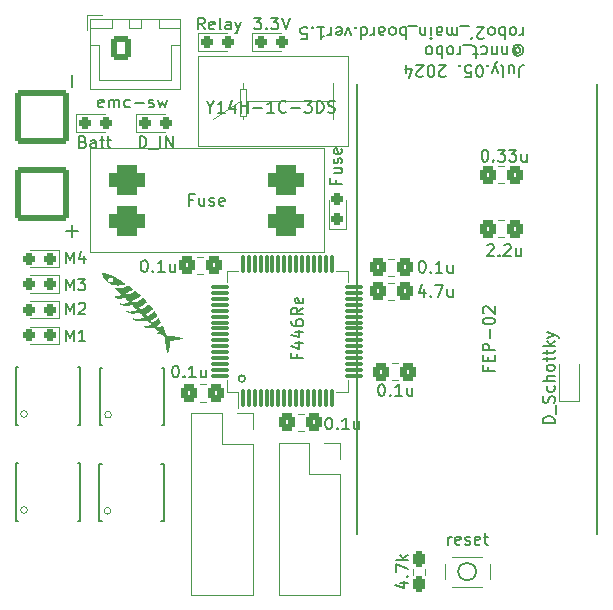
<source format=gto>
G04 #@! TF.GenerationSoftware,KiCad,Pcbnew,7.0.9*
G04 #@! TF.CreationDate,2024-07-05T17:08:16+09:00*
G04 #@! TF.ProjectId,YAMADAmain_correct,59414d41-4441-46d6-9169-6e5f636f7272,rev?*
G04 #@! TF.SameCoordinates,Original*
G04 #@! TF.FileFunction,Legend,Top*
G04 #@! TF.FilePolarity,Positive*
%FSLAX46Y46*%
G04 Gerber Fmt 4.6, Leading zero omitted, Abs format (unit mm)*
G04 Created by KiCad (PCBNEW 7.0.9) date 2024-07-05 17:08:16*
%MOMM*%
%LPD*%
G01*
G04 APERTURE LIST*
G04 Aperture macros list*
%AMRoundRect*
0 Rectangle with rounded corners*
0 $1 Rounding radius*
0 $2 $3 $4 $5 $6 $7 $8 $9 X,Y pos of 4 corners*
0 Add a 4 corners polygon primitive as box body*
4,1,4,$2,$3,$4,$5,$6,$7,$8,$9,$2,$3,0*
0 Add four circle primitives for the rounded corners*
1,1,$1+$1,$2,$3*
1,1,$1+$1,$4,$5*
1,1,$1+$1,$6,$7*
1,1,$1+$1,$8,$9*
0 Add four rect primitives between the rounded corners*
20,1,$1+$1,$2,$3,$4,$5,0*
20,1,$1+$1,$4,$5,$6,$7,0*
20,1,$1+$1,$6,$7,$8,$9,0*
20,1,$1+$1,$8,$9,$2,$3,0*%
G04 Aperture macros list end*
%ADD10C,0.153000*%
%ADD11C,0.150000*%
%ADD12C,0.120000*%
%ADD13C,0.203200*%
%ADD14O,1.800000X2.200000*%
%ADD15R,1.800000X2.200000*%
%ADD16RoundRect,0.292875X0.394625X0.432125X-0.394625X0.432125X-0.394625X-0.432125X0.394625X-0.432125X0*%
%ADD17RoundRect,0.075000X0.700000X-0.075000X0.700000X0.075000X-0.700000X0.075000X-0.700000X-0.075000X0*%
%ADD18RoundRect,0.075000X0.075000X-0.700000X0.075000X0.700000X-0.075000X0.700000X-0.075000X-0.700000X0*%
%ADD19RoundRect,0.237500X0.237500X-0.400000X0.237500X0.400000X-0.237500X0.400000X-0.237500X-0.400000X0*%
%ADD20C,1.000000*%
%ADD21C,5.600000*%
%ADD22C,1.524000*%
%ADD23RoundRect,0.625000X-0.875000X-0.625000X0.875000X-0.625000X0.875000X0.625000X-0.875000X0.625000X0*%
%ADD24RoundRect,0.237500X-0.287500X-0.237500X0.287500X-0.237500X0.287500X0.237500X-0.287500X0.237500X0*%
%ADD25R,0.760000X1.100000*%
%ADD26R,1.700000X1.700000*%
%ADD27O,1.700000X1.700000*%
%ADD28RoundRect,0.292875X-0.394625X-0.432125X0.394625X-0.432125X0.394625X0.432125X-0.394625X0.432125X0*%
%ADD29RoundRect,0.237500X0.287500X0.237500X-0.287500X0.237500X-0.287500X-0.237500X0.287500X-0.237500X0*%
%ADD30RoundRect,0.225000X2.025000X-2.025000X2.025000X2.025000X-2.025000X2.025000X-2.025000X-2.025000X0*%
%ADD31C,1.600000*%
%ADD32R,1.500000X1.000000*%
%ADD33RoundRect,0.237500X0.237500X-0.287500X0.237500X0.287500X-0.237500X0.287500X-0.237500X-0.287500X0*%
%ADD34R,1.000000X1.000000*%
%ADD35O,1.700000X2.000000*%
%ADD36RoundRect,0.250000X-0.600000X-0.750000X0.600000X-0.750000X0.600000X0.750000X-0.600000X0.750000X0*%
G04 APERTURE END LIST*
D10*
X118184000Y-85852000D02*
X119200000Y-85852000D01*
D11*
X133332843Y-98350000D02*
G75*
G03*
X133332843Y-98350000I-282843J0D01*
G01*
D10*
X118692000Y-72644000D02*
X118692000Y-73660000D01*
X118692000Y-85344000D02*
X118692000Y-86360000D01*
X150526752Y-112391663D02*
X150526752Y-111724996D01*
X150526752Y-111915472D02*
X150574371Y-111820234D01*
X150574371Y-111820234D02*
X150621990Y-111772615D01*
X150621990Y-111772615D02*
X150717228Y-111724996D01*
X150717228Y-111724996D02*
X150812466Y-111724996D01*
X151526752Y-112344044D02*
X151431514Y-112391663D01*
X151431514Y-112391663D02*
X151241038Y-112391663D01*
X151241038Y-112391663D02*
X151145800Y-112344044D01*
X151145800Y-112344044D02*
X151098181Y-112248805D01*
X151098181Y-112248805D02*
X151098181Y-111867853D01*
X151098181Y-111867853D02*
X151145800Y-111772615D01*
X151145800Y-111772615D02*
X151241038Y-111724996D01*
X151241038Y-111724996D02*
X151431514Y-111724996D01*
X151431514Y-111724996D02*
X151526752Y-111772615D01*
X151526752Y-111772615D02*
X151574371Y-111867853D01*
X151574371Y-111867853D02*
X151574371Y-111963091D01*
X151574371Y-111963091D02*
X151098181Y-112058329D01*
X151955324Y-112344044D02*
X152050562Y-112391663D01*
X152050562Y-112391663D02*
X152241038Y-112391663D01*
X152241038Y-112391663D02*
X152336276Y-112344044D01*
X152336276Y-112344044D02*
X152383895Y-112248805D01*
X152383895Y-112248805D02*
X152383895Y-112201186D01*
X152383895Y-112201186D02*
X152336276Y-112105948D01*
X152336276Y-112105948D02*
X152241038Y-112058329D01*
X152241038Y-112058329D02*
X152098181Y-112058329D01*
X152098181Y-112058329D02*
X152002943Y-112010710D01*
X152002943Y-112010710D02*
X151955324Y-111915472D01*
X151955324Y-111915472D02*
X151955324Y-111867853D01*
X151955324Y-111867853D02*
X152002943Y-111772615D01*
X152002943Y-111772615D02*
X152098181Y-111724996D01*
X152098181Y-111724996D02*
X152241038Y-111724996D01*
X152241038Y-111724996D02*
X152336276Y-111772615D01*
X153193419Y-112344044D02*
X153098181Y-112391663D01*
X153098181Y-112391663D02*
X152907705Y-112391663D01*
X152907705Y-112391663D02*
X152812467Y-112344044D01*
X152812467Y-112344044D02*
X152764848Y-112248805D01*
X152764848Y-112248805D02*
X152764848Y-111867853D01*
X152764848Y-111867853D02*
X152812467Y-111772615D01*
X152812467Y-111772615D02*
X152907705Y-111724996D01*
X152907705Y-111724996D02*
X153098181Y-111724996D01*
X153098181Y-111724996D02*
X153193419Y-111772615D01*
X153193419Y-111772615D02*
X153241038Y-111867853D01*
X153241038Y-111867853D02*
X153241038Y-111963091D01*
X153241038Y-111963091D02*
X152764848Y-112058329D01*
X153526753Y-111724996D02*
X153907705Y-111724996D01*
X153669610Y-111391663D02*
X153669610Y-112248805D01*
X153669610Y-112248805D02*
X153717229Y-112344044D01*
X153717229Y-112344044D02*
X153812467Y-112391663D01*
X153812467Y-112391663D02*
X153907705Y-112391663D01*
X130389228Y-75353472D02*
X130389228Y-75829663D01*
X130055895Y-74829663D02*
X130389228Y-75353472D01*
X130389228Y-75353472D02*
X130722561Y-74829663D01*
X131579704Y-75829663D02*
X131008276Y-75829663D01*
X131293990Y-75829663D02*
X131293990Y-74829663D01*
X131293990Y-74829663D02*
X131198752Y-74972520D01*
X131198752Y-74972520D02*
X131103514Y-75067758D01*
X131103514Y-75067758D02*
X131008276Y-75115377D01*
X132436847Y-75162996D02*
X132436847Y-75829663D01*
X132198752Y-74782044D02*
X131960657Y-75496329D01*
X131960657Y-75496329D02*
X132579704Y-75496329D01*
X132960657Y-75829663D02*
X132960657Y-74829663D01*
X132960657Y-75305853D02*
X133532085Y-75305853D01*
X133532085Y-75829663D02*
X133532085Y-74829663D01*
X134008276Y-75448710D02*
X134770181Y-75448710D01*
X135770180Y-75829663D02*
X135198752Y-75829663D01*
X135484466Y-75829663D02*
X135484466Y-74829663D01*
X135484466Y-74829663D02*
X135389228Y-74972520D01*
X135389228Y-74972520D02*
X135293990Y-75067758D01*
X135293990Y-75067758D02*
X135198752Y-75115377D01*
X136770180Y-75734424D02*
X136722561Y-75782044D01*
X136722561Y-75782044D02*
X136579704Y-75829663D01*
X136579704Y-75829663D02*
X136484466Y-75829663D01*
X136484466Y-75829663D02*
X136341609Y-75782044D01*
X136341609Y-75782044D02*
X136246371Y-75686805D01*
X136246371Y-75686805D02*
X136198752Y-75591567D01*
X136198752Y-75591567D02*
X136151133Y-75401091D01*
X136151133Y-75401091D02*
X136151133Y-75258234D01*
X136151133Y-75258234D02*
X136198752Y-75067758D01*
X136198752Y-75067758D02*
X136246371Y-74972520D01*
X136246371Y-74972520D02*
X136341609Y-74877282D01*
X136341609Y-74877282D02*
X136484466Y-74829663D01*
X136484466Y-74829663D02*
X136579704Y-74829663D01*
X136579704Y-74829663D02*
X136722561Y-74877282D01*
X136722561Y-74877282D02*
X136770180Y-74924901D01*
X137198752Y-75448710D02*
X137960657Y-75448710D01*
X138341609Y-74829663D02*
X138960656Y-74829663D01*
X138960656Y-74829663D02*
X138627323Y-75210615D01*
X138627323Y-75210615D02*
X138770180Y-75210615D01*
X138770180Y-75210615D02*
X138865418Y-75258234D01*
X138865418Y-75258234D02*
X138913037Y-75305853D01*
X138913037Y-75305853D02*
X138960656Y-75401091D01*
X138960656Y-75401091D02*
X138960656Y-75639186D01*
X138960656Y-75639186D02*
X138913037Y-75734424D01*
X138913037Y-75734424D02*
X138865418Y-75782044D01*
X138865418Y-75782044D02*
X138770180Y-75829663D01*
X138770180Y-75829663D02*
X138484466Y-75829663D01*
X138484466Y-75829663D02*
X138389228Y-75782044D01*
X138389228Y-75782044D02*
X138341609Y-75734424D01*
X139389228Y-75829663D02*
X139389228Y-74829663D01*
X139389228Y-74829663D02*
X139627323Y-74829663D01*
X139627323Y-74829663D02*
X139770180Y-74877282D01*
X139770180Y-74877282D02*
X139865418Y-74972520D01*
X139865418Y-74972520D02*
X139913037Y-75067758D01*
X139913037Y-75067758D02*
X139960656Y-75258234D01*
X139960656Y-75258234D02*
X139960656Y-75401091D01*
X139960656Y-75401091D02*
X139913037Y-75591567D01*
X139913037Y-75591567D02*
X139865418Y-75686805D01*
X139865418Y-75686805D02*
X139770180Y-75782044D01*
X139770180Y-75782044D02*
X139627323Y-75829663D01*
X139627323Y-75829663D02*
X139389228Y-75829663D01*
X140341609Y-75782044D02*
X140484466Y-75829663D01*
X140484466Y-75829663D02*
X140722561Y-75829663D01*
X140722561Y-75829663D02*
X140817799Y-75782044D01*
X140817799Y-75782044D02*
X140865418Y-75734424D01*
X140865418Y-75734424D02*
X140913037Y-75639186D01*
X140913037Y-75639186D02*
X140913037Y-75543948D01*
X140913037Y-75543948D02*
X140865418Y-75448710D01*
X140865418Y-75448710D02*
X140817799Y-75401091D01*
X140817799Y-75401091D02*
X140722561Y-75353472D01*
X140722561Y-75353472D02*
X140532085Y-75305853D01*
X140532085Y-75305853D02*
X140436847Y-75258234D01*
X140436847Y-75258234D02*
X140389228Y-75210615D01*
X140389228Y-75210615D02*
X140341609Y-75115377D01*
X140341609Y-75115377D02*
X140341609Y-75020139D01*
X140341609Y-75020139D02*
X140389228Y-74924901D01*
X140389228Y-74924901D02*
X140436847Y-74877282D01*
X140436847Y-74877282D02*
X140532085Y-74829663D01*
X140532085Y-74829663D02*
X140770180Y-74829663D01*
X140770180Y-74829663D02*
X140913037Y-74877282D01*
X153815619Y-87064901D02*
X153863238Y-87017282D01*
X153863238Y-87017282D02*
X153958476Y-86969663D01*
X153958476Y-86969663D02*
X154196571Y-86969663D01*
X154196571Y-86969663D02*
X154291809Y-87017282D01*
X154291809Y-87017282D02*
X154339428Y-87064901D01*
X154339428Y-87064901D02*
X154387047Y-87160139D01*
X154387047Y-87160139D02*
X154387047Y-87255377D01*
X154387047Y-87255377D02*
X154339428Y-87398234D01*
X154339428Y-87398234D02*
X153768000Y-87969663D01*
X153768000Y-87969663D02*
X154387047Y-87969663D01*
X154815619Y-87874424D02*
X154863238Y-87922044D01*
X154863238Y-87922044D02*
X154815619Y-87969663D01*
X154815619Y-87969663D02*
X154768000Y-87922044D01*
X154768000Y-87922044D02*
X154815619Y-87874424D01*
X154815619Y-87874424D02*
X154815619Y-87969663D01*
X155244190Y-87064901D02*
X155291809Y-87017282D01*
X155291809Y-87017282D02*
X155387047Y-86969663D01*
X155387047Y-86969663D02*
X155625142Y-86969663D01*
X155625142Y-86969663D02*
X155720380Y-87017282D01*
X155720380Y-87017282D02*
X155767999Y-87064901D01*
X155767999Y-87064901D02*
X155815618Y-87160139D01*
X155815618Y-87160139D02*
X155815618Y-87255377D01*
X155815618Y-87255377D02*
X155767999Y-87398234D01*
X155767999Y-87398234D02*
X155196571Y-87969663D01*
X155196571Y-87969663D02*
X155815618Y-87969663D01*
X156672761Y-87302996D02*
X156672761Y-87969663D01*
X156244190Y-87302996D02*
X156244190Y-87826805D01*
X156244190Y-87826805D02*
X156291809Y-87922044D01*
X156291809Y-87922044D02*
X156387047Y-87969663D01*
X156387047Y-87969663D02*
X156529904Y-87969663D01*
X156529904Y-87969663D02*
X156625142Y-87922044D01*
X156625142Y-87922044D02*
X156672761Y-87874424D01*
X156535533Y-72810336D02*
X156535533Y-72096051D01*
X156535533Y-72096051D02*
X156583152Y-71953194D01*
X156583152Y-71953194D02*
X156678390Y-71857956D01*
X156678390Y-71857956D02*
X156821247Y-71810336D01*
X156821247Y-71810336D02*
X156916485Y-71810336D01*
X155630771Y-72477003D02*
X155630771Y-71810336D01*
X156059342Y-72477003D02*
X156059342Y-71953194D01*
X156059342Y-71953194D02*
X156011723Y-71857956D01*
X156011723Y-71857956D02*
X155916485Y-71810336D01*
X155916485Y-71810336D02*
X155773628Y-71810336D01*
X155773628Y-71810336D02*
X155678390Y-71857956D01*
X155678390Y-71857956D02*
X155630771Y-71905575D01*
X155011723Y-71810336D02*
X155106961Y-71857956D01*
X155106961Y-71857956D02*
X155154580Y-71953194D01*
X155154580Y-71953194D02*
X155154580Y-72810336D01*
X154726008Y-72477003D02*
X154487913Y-71810336D01*
X154249818Y-72477003D02*
X154487913Y-71810336D01*
X154487913Y-71810336D02*
X154583151Y-71572241D01*
X154583151Y-71572241D02*
X154630770Y-71524622D01*
X154630770Y-71524622D02*
X154726008Y-71477003D01*
X153868865Y-71905575D02*
X153821246Y-71857956D01*
X153821246Y-71857956D02*
X153868865Y-71810336D01*
X153868865Y-71810336D02*
X153916484Y-71857956D01*
X153916484Y-71857956D02*
X153868865Y-71905575D01*
X153868865Y-71905575D02*
X153868865Y-71810336D01*
X153202199Y-72810336D02*
X153106961Y-72810336D01*
X153106961Y-72810336D02*
X153011723Y-72762717D01*
X153011723Y-72762717D02*
X152964104Y-72715098D01*
X152964104Y-72715098D02*
X152916485Y-72619860D01*
X152916485Y-72619860D02*
X152868866Y-72429384D01*
X152868866Y-72429384D02*
X152868866Y-72191289D01*
X152868866Y-72191289D02*
X152916485Y-72000813D01*
X152916485Y-72000813D02*
X152964104Y-71905575D01*
X152964104Y-71905575D02*
X153011723Y-71857956D01*
X153011723Y-71857956D02*
X153106961Y-71810336D01*
X153106961Y-71810336D02*
X153202199Y-71810336D01*
X153202199Y-71810336D02*
X153297437Y-71857956D01*
X153297437Y-71857956D02*
X153345056Y-71905575D01*
X153345056Y-71905575D02*
X153392675Y-72000813D01*
X153392675Y-72000813D02*
X153440294Y-72191289D01*
X153440294Y-72191289D02*
X153440294Y-72429384D01*
X153440294Y-72429384D02*
X153392675Y-72619860D01*
X153392675Y-72619860D02*
X153345056Y-72715098D01*
X153345056Y-72715098D02*
X153297437Y-72762717D01*
X153297437Y-72762717D02*
X153202199Y-72810336D01*
X151964104Y-72810336D02*
X152440294Y-72810336D01*
X152440294Y-72810336D02*
X152487913Y-72334146D01*
X152487913Y-72334146D02*
X152440294Y-72381765D01*
X152440294Y-72381765D02*
X152345056Y-72429384D01*
X152345056Y-72429384D02*
X152106961Y-72429384D01*
X152106961Y-72429384D02*
X152011723Y-72381765D01*
X152011723Y-72381765D02*
X151964104Y-72334146D01*
X151964104Y-72334146D02*
X151916485Y-72238908D01*
X151916485Y-72238908D02*
X151916485Y-72000813D01*
X151916485Y-72000813D02*
X151964104Y-71905575D01*
X151964104Y-71905575D02*
X152011723Y-71857956D01*
X152011723Y-71857956D02*
X152106961Y-71810336D01*
X152106961Y-71810336D02*
X152345056Y-71810336D01*
X152345056Y-71810336D02*
X152440294Y-71857956D01*
X152440294Y-71857956D02*
X152487913Y-71905575D01*
X151487913Y-71905575D02*
X151440294Y-71857956D01*
X151440294Y-71857956D02*
X151487913Y-71810336D01*
X151487913Y-71810336D02*
X151535532Y-71857956D01*
X151535532Y-71857956D02*
X151487913Y-71905575D01*
X151487913Y-71905575D02*
X151487913Y-71810336D01*
X150297437Y-72715098D02*
X150249818Y-72762717D01*
X150249818Y-72762717D02*
X150154580Y-72810336D01*
X150154580Y-72810336D02*
X149916485Y-72810336D01*
X149916485Y-72810336D02*
X149821247Y-72762717D01*
X149821247Y-72762717D02*
X149773628Y-72715098D01*
X149773628Y-72715098D02*
X149726009Y-72619860D01*
X149726009Y-72619860D02*
X149726009Y-72524622D01*
X149726009Y-72524622D02*
X149773628Y-72381765D01*
X149773628Y-72381765D02*
X150345056Y-71810336D01*
X150345056Y-71810336D02*
X149726009Y-71810336D01*
X149106961Y-72810336D02*
X149011723Y-72810336D01*
X149011723Y-72810336D02*
X148916485Y-72762717D01*
X148916485Y-72762717D02*
X148868866Y-72715098D01*
X148868866Y-72715098D02*
X148821247Y-72619860D01*
X148821247Y-72619860D02*
X148773628Y-72429384D01*
X148773628Y-72429384D02*
X148773628Y-72191289D01*
X148773628Y-72191289D02*
X148821247Y-72000813D01*
X148821247Y-72000813D02*
X148868866Y-71905575D01*
X148868866Y-71905575D02*
X148916485Y-71857956D01*
X148916485Y-71857956D02*
X149011723Y-71810336D01*
X149011723Y-71810336D02*
X149106961Y-71810336D01*
X149106961Y-71810336D02*
X149202199Y-71857956D01*
X149202199Y-71857956D02*
X149249818Y-71905575D01*
X149249818Y-71905575D02*
X149297437Y-72000813D01*
X149297437Y-72000813D02*
X149345056Y-72191289D01*
X149345056Y-72191289D02*
X149345056Y-72429384D01*
X149345056Y-72429384D02*
X149297437Y-72619860D01*
X149297437Y-72619860D02*
X149249818Y-72715098D01*
X149249818Y-72715098D02*
X149202199Y-72762717D01*
X149202199Y-72762717D02*
X149106961Y-72810336D01*
X148392675Y-72715098D02*
X148345056Y-72762717D01*
X148345056Y-72762717D02*
X148249818Y-72810336D01*
X148249818Y-72810336D02*
X148011723Y-72810336D01*
X148011723Y-72810336D02*
X147916485Y-72762717D01*
X147916485Y-72762717D02*
X147868866Y-72715098D01*
X147868866Y-72715098D02*
X147821247Y-72619860D01*
X147821247Y-72619860D02*
X147821247Y-72524622D01*
X147821247Y-72524622D02*
X147868866Y-72381765D01*
X147868866Y-72381765D02*
X148440294Y-71810336D01*
X148440294Y-71810336D02*
X147821247Y-71810336D01*
X146964104Y-72477003D02*
X146964104Y-71810336D01*
X147202199Y-72857956D02*
X147440294Y-72143670D01*
X147440294Y-72143670D02*
X146821247Y-72143670D01*
X156202200Y-70676527D02*
X156249819Y-70724146D01*
X156249819Y-70724146D02*
X156345057Y-70771765D01*
X156345057Y-70771765D02*
X156440295Y-70771765D01*
X156440295Y-70771765D02*
X156535533Y-70724146D01*
X156535533Y-70724146D02*
X156583152Y-70676527D01*
X156583152Y-70676527D02*
X156630771Y-70581289D01*
X156630771Y-70581289D02*
X156630771Y-70486051D01*
X156630771Y-70486051D02*
X156583152Y-70390813D01*
X156583152Y-70390813D02*
X156535533Y-70343194D01*
X156535533Y-70343194D02*
X156440295Y-70295575D01*
X156440295Y-70295575D02*
X156345057Y-70295575D01*
X156345057Y-70295575D02*
X156249819Y-70343194D01*
X156249819Y-70343194D02*
X156202200Y-70390813D01*
X156202200Y-70771765D02*
X156202200Y-70390813D01*
X156202200Y-70390813D02*
X156154581Y-70343194D01*
X156154581Y-70343194D02*
X156106962Y-70343194D01*
X156106962Y-70343194D02*
X156011723Y-70390813D01*
X156011723Y-70390813D02*
X155964104Y-70486051D01*
X155964104Y-70486051D02*
X155964104Y-70724146D01*
X155964104Y-70724146D02*
X156059343Y-70867003D01*
X156059343Y-70867003D02*
X156202200Y-70962241D01*
X156202200Y-70962241D02*
X156392676Y-71009860D01*
X156392676Y-71009860D02*
X156583152Y-70962241D01*
X156583152Y-70962241D02*
X156726009Y-70867003D01*
X156726009Y-70867003D02*
X156821247Y-70724146D01*
X156821247Y-70724146D02*
X156868866Y-70533670D01*
X156868866Y-70533670D02*
X156821247Y-70343194D01*
X156821247Y-70343194D02*
X156726009Y-70200336D01*
X156726009Y-70200336D02*
X156583152Y-70105098D01*
X156583152Y-70105098D02*
X156392676Y-70057479D01*
X156392676Y-70057479D02*
X156202200Y-70105098D01*
X156202200Y-70105098D02*
X156059343Y-70200336D01*
X155535533Y-70867003D02*
X155535533Y-70200336D01*
X155535533Y-70771765D02*
X155487914Y-70819384D01*
X155487914Y-70819384D02*
X155392676Y-70867003D01*
X155392676Y-70867003D02*
X155249819Y-70867003D01*
X155249819Y-70867003D02*
X155154581Y-70819384D01*
X155154581Y-70819384D02*
X155106962Y-70724146D01*
X155106962Y-70724146D02*
X155106962Y-70200336D01*
X154630771Y-70867003D02*
X154630771Y-70200336D01*
X154630771Y-70771765D02*
X154583152Y-70819384D01*
X154583152Y-70819384D02*
X154487914Y-70867003D01*
X154487914Y-70867003D02*
X154345057Y-70867003D01*
X154345057Y-70867003D02*
X154249819Y-70819384D01*
X154249819Y-70819384D02*
X154202200Y-70724146D01*
X154202200Y-70724146D02*
X154202200Y-70200336D01*
X153297438Y-70247956D02*
X153392676Y-70200336D01*
X153392676Y-70200336D02*
X153583152Y-70200336D01*
X153583152Y-70200336D02*
X153678390Y-70247956D01*
X153678390Y-70247956D02*
X153726009Y-70295575D01*
X153726009Y-70295575D02*
X153773628Y-70390813D01*
X153773628Y-70390813D02*
X153773628Y-70676527D01*
X153773628Y-70676527D02*
X153726009Y-70771765D01*
X153726009Y-70771765D02*
X153678390Y-70819384D01*
X153678390Y-70819384D02*
X153583152Y-70867003D01*
X153583152Y-70867003D02*
X153392676Y-70867003D01*
X153392676Y-70867003D02*
X153297438Y-70819384D01*
X153011723Y-70867003D02*
X152630771Y-70867003D01*
X152868866Y-71200336D02*
X152868866Y-70343194D01*
X152868866Y-70343194D02*
X152821247Y-70247956D01*
X152821247Y-70247956D02*
X152726009Y-70200336D01*
X152726009Y-70200336D02*
X152630771Y-70200336D01*
X152535533Y-70105098D02*
X151773628Y-70105098D01*
X151535532Y-70200336D02*
X151535532Y-70867003D01*
X151535532Y-70676527D02*
X151487913Y-70771765D01*
X151487913Y-70771765D02*
X151440294Y-70819384D01*
X151440294Y-70819384D02*
X151345056Y-70867003D01*
X151345056Y-70867003D02*
X151249818Y-70867003D01*
X150773627Y-70200336D02*
X150868865Y-70247956D01*
X150868865Y-70247956D02*
X150916484Y-70295575D01*
X150916484Y-70295575D02*
X150964103Y-70390813D01*
X150964103Y-70390813D02*
X150964103Y-70676527D01*
X150964103Y-70676527D02*
X150916484Y-70771765D01*
X150916484Y-70771765D02*
X150868865Y-70819384D01*
X150868865Y-70819384D02*
X150773627Y-70867003D01*
X150773627Y-70867003D02*
X150630770Y-70867003D01*
X150630770Y-70867003D02*
X150535532Y-70819384D01*
X150535532Y-70819384D02*
X150487913Y-70771765D01*
X150487913Y-70771765D02*
X150440294Y-70676527D01*
X150440294Y-70676527D02*
X150440294Y-70390813D01*
X150440294Y-70390813D02*
X150487913Y-70295575D01*
X150487913Y-70295575D02*
X150535532Y-70247956D01*
X150535532Y-70247956D02*
X150630770Y-70200336D01*
X150630770Y-70200336D02*
X150773627Y-70200336D01*
X150011722Y-70200336D02*
X150011722Y-71200336D01*
X150011722Y-70819384D02*
X149916484Y-70867003D01*
X149916484Y-70867003D02*
X149726008Y-70867003D01*
X149726008Y-70867003D02*
X149630770Y-70819384D01*
X149630770Y-70819384D02*
X149583151Y-70771765D01*
X149583151Y-70771765D02*
X149535532Y-70676527D01*
X149535532Y-70676527D02*
X149535532Y-70390813D01*
X149535532Y-70390813D02*
X149583151Y-70295575D01*
X149583151Y-70295575D02*
X149630770Y-70247956D01*
X149630770Y-70247956D02*
X149726008Y-70200336D01*
X149726008Y-70200336D02*
X149916484Y-70200336D01*
X149916484Y-70200336D02*
X150011722Y-70247956D01*
X148964103Y-70200336D02*
X149059341Y-70247956D01*
X149059341Y-70247956D02*
X149106960Y-70295575D01*
X149106960Y-70295575D02*
X149154579Y-70390813D01*
X149154579Y-70390813D02*
X149154579Y-70676527D01*
X149154579Y-70676527D02*
X149106960Y-70771765D01*
X149106960Y-70771765D02*
X149059341Y-70819384D01*
X149059341Y-70819384D02*
X148964103Y-70867003D01*
X148964103Y-70867003D02*
X148821246Y-70867003D01*
X148821246Y-70867003D02*
X148726008Y-70819384D01*
X148726008Y-70819384D02*
X148678389Y-70771765D01*
X148678389Y-70771765D02*
X148630770Y-70676527D01*
X148630770Y-70676527D02*
X148630770Y-70390813D01*
X148630770Y-70390813D02*
X148678389Y-70295575D01*
X148678389Y-70295575D02*
X148726008Y-70247956D01*
X148726008Y-70247956D02*
X148821246Y-70200336D01*
X148821246Y-70200336D02*
X148964103Y-70200336D01*
X156821247Y-68590336D02*
X156821247Y-69257003D01*
X156821247Y-69066527D02*
X156773628Y-69161765D01*
X156773628Y-69161765D02*
X156726009Y-69209384D01*
X156726009Y-69209384D02*
X156630771Y-69257003D01*
X156630771Y-69257003D02*
X156535533Y-69257003D01*
X156059342Y-68590336D02*
X156154580Y-68637956D01*
X156154580Y-68637956D02*
X156202199Y-68685575D01*
X156202199Y-68685575D02*
X156249818Y-68780813D01*
X156249818Y-68780813D02*
X156249818Y-69066527D01*
X156249818Y-69066527D02*
X156202199Y-69161765D01*
X156202199Y-69161765D02*
X156154580Y-69209384D01*
X156154580Y-69209384D02*
X156059342Y-69257003D01*
X156059342Y-69257003D02*
X155916485Y-69257003D01*
X155916485Y-69257003D02*
X155821247Y-69209384D01*
X155821247Y-69209384D02*
X155773628Y-69161765D01*
X155773628Y-69161765D02*
X155726009Y-69066527D01*
X155726009Y-69066527D02*
X155726009Y-68780813D01*
X155726009Y-68780813D02*
X155773628Y-68685575D01*
X155773628Y-68685575D02*
X155821247Y-68637956D01*
X155821247Y-68637956D02*
X155916485Y-68590336D01*
X155916485Y-68590336D02*
X156059342Y-68590336D01*
X155297437Y-68590336D02*
X155297437Y-69590336D01*
X155297437Y-69209384D02*
X155202199Y-69257003D01*
X155202199Y-69257003D02*
X155011723Y-69257003D01*
X155011723Y-69257003D02*
X154916485Y-69209384D01*
X154916485Y-69209384D02*
X154868866Y-69161765D01*
X154868866Y-69161765D02*
X154821247Y-69066527D01*
X154821247Y-69066527D02*
X154821247Y-68780813D01*
X154821247Y-68780813D02*
X154868866Y-68685575D01*
X154868866Y-68685575D02*
X154916485Y-68637956D01*
X154916485Y-68637956D02*
X155011723Y-68590336D01*
X155011723Y-68590336D02*
X155202199Y-68590336D01*
X155202199Y-68590336D02*
X155297437Y-68637956D01*
X154249818Y-68590336D02*
X154345056Y-68637956D01*
X154345056Y-68637956D02*
X154392675Y-68685575D01*
X154392675Y-68685575D02*
X154440294Y-68780813D01*
X154440294Y-68780813D02*
X154440294Y-69066527D01*
X154440294Y-69066527D02*
X154392675Y-69161765D01*
X154392675Y-69161765D02*
X154345056Y-69209384D01*
X154345056Y-69209384D02*
X154249818Y-69257003D01*
X154249818Y-69257003D02*
X154106961Y-69257003D01*
X154106961Y-69257003D02*
X154011723Y-69209384D01*
X154011723Y-69209384D02*
X153964104Y-69161765D01*
X153964104Y-69161765D02*
X153916485Y-69066527D01*
X153916485Y-69066527D02*
X153916485Y-68780813D01*
X153916485Y-68780813D02*
X153964104Y-68685575D01*
X153964104Y-68685575D02*
X154011723Y-68637956D01*
X154011723Y-68637956D02*
X154106961Y-68590336D01*
X154106961Y-68590336D02*
X154249818Y-68590336D01*
X153535532Y-69495098D02*
X153487913Y-69542717D01*
X153487913Y-69542717D02*
X153392675Y-69590336D01*
X153392675Y-69590336D02*
X153154580Y-69590336D01*
X153154580Y-69590336D02*
X153059342Y-69542717D01*
X153059342Y-69542717D02*
X153011723Y-69495098D01*
X153011723Y-69495098D02*
X152964104Y-69399860D01*
X152964104Y-69399860D02*
X152964104Y-69304622D01*
X152964104Y-69304622D02*
X153011723Y-69161765D01*
X153011723Y-69161765D02*
X153583151Y-68590336D01*
X153583151Y-68590336D02*
X152964104Y-68590336D01*
X152487913Y-69590336D02*
X152583151Y-69399860D01*
X152297438Y-68495098D02*
X151535533Y-68495098D01*
X151297437Y-68590336D02*
X151297437Y-69257003D01*
X151297437Y-69161765D02*
X151249818Y-69209384D01*
X151249818Y-69209384D02*
X151154580Y-69257003D01*
X151154580Y-69257003D02*
X151011723Y-69257003D01*
X151011723Y-69257003D02*
X150916485Y-69209384D01*
X150916485Y-69209384D02*
X150868866Y-69114146D01*
X150868866Y-69114146D02*
X150868866Y-68590336D01*
X150868866Y-69114146D02*
X150821247Y-69209384D01*
X150821247Y-69209384D02*
X150726009Y-69257003D01*
X150726009Y-69257003D02*
X150583152Y-69257003D01*
X150583152Y-69257003D02*
X150487913Y-69209384D01*
X150487913Y-69209384D02*
X150440294Y-69114146D01*
X150440294Y-69114146D02*
X150440294Y-68590336D01*
X149535533Y-68590336D02*
X149535533Y-69114146D01*
X149535533Y-69114146D02*
X149583152Y-69209384D01*
X149583152Y-69209384D02*
X149678390Y-69257003D01*
X149678390Y-69257003D02*
X149868866Y-69257003D01*
X149868866Y-69257003D02*
X149964104Y-69209384D01*
X149535533Y-68637956D02*
X149630771Y-68590336D01*
X149630771Y-68590336D02*
X149868866Y-68590336D01*
X149868866Y-68590336D02*
X149964104Y-68637956D01*
X149964104Y-68637956D02*
X150011723Y-68733194D01*
X150011723Y-68733194D02*
X150011723Y-68828432D01*
X150011723Y-68828432D02*
X149964104Y-68923670D01*
X149964104Y-68923670D02*
X149868866Y-68971289D01*
X149868866Y-68971289D02*
X149630771Y-68971289D01*
X149630771Y-68971289D02*
X149535533Y-69018908D01*
X149059342Y-68590336D02*
X149059342Y-69257003D01*
X149059342Y-69590336D02*
X149106961Y-69542717D01*
X149106961Y-69542717D02*
X149059342Y-69495098D01*
X149059342Y-69495098D02*
X149011723Y-69542717D01*
X149011723Y-69542717D02*
X149059342Y-69590336D01*
X149059342Y-69590336D02*
X149059342Y-69495098D01*
X148583152Y-69257003D02*
X148583152Y-68590336D01*
X148583152Y-69161765D02*
X148535533Y-69209384D01*
X148535533Y-69209384D02*
X148440295Y-69257003D01*
X148440295Y-69257003D02*
X148297438Y-69257003D01*
X148297438Y-69257003D02*
X148202200Y-69209384D01*
X148202200Y-69209384D02*
X148154581Y-69114146D01*
X148154581Y-69114146D02*
X148154581Y-68590336D01*
X147916486Y-68495098D02*
X147154581Y-68495098D01*
X146916485Y-68590336D02*
X146916485Y-69590336D01*
X146916485Y-69209384D02*
X146821247Y-69257003D01*
X146821247Y-69257003D02*
X146630771Y-69257003D01*
X146630771Y-69257003D02*
X146535533Y-69209384D01*
X146535533Y-69209384D02*
X146487914Y-69161765D01*
X146487914Y-69161765D02*
X146440295Y-69066527D01*
X146440295Y-69066527D02*
X146440295Y-68780813D01*
X146440295Y-68780813D02*
X146487914Y-68685575D01*
X146487914Y-68685575D02*
X146535533Y-68637956D01*
X146535533Y-68637956D02*
X146630771Y-68590336D01*
X146630771Y-68590336D02*
X146821247Y-68590336D01*
X146821247Y-68590336D02*
X146916485Y-68637956D01*
X145868866Y-68590336D02*
X145964104Y-68637956D01*
X145964104Y-68637956D02*
X146011723Y-68685575D01*
X146011723Y-68685575D02*
X146059342Y-68780813D01*
X146059342Y-68780813D02*
X146059342Y-69066527D01*
X146059342Y-69066527D02*
X146011723Y-69161765D01*
X146011723Y-69161765D02*
X145964104Y-69209384D01*
X145964104Y-69209384D02*
X145868866Y-69257003D01*
X145868866Y-69257003D02*
X145726009Y-69257003D01*
X145726009Y-69257003D02*
X145630771Y-69209384D01*
X145630771Y-69209384D02*
X145583152Y-69161765D01*
X145583152Y-69161765D02*
X145535533Y-69066527D01*
X145535533Y-69066527D02*
X145535533Y-68780813D01*
X145535533Y-68780813D02*
X145583152Y-68685575D01*
X145583152Y-68685575D02*
X145630771Y-68637956D01*
X145630771Y-68637956D02*
X145726009Y-68590336D01*
X145726009Y-68590336D02*
X145868866Y-68590336D01*
X144678390Y-68590336D02*
X144678390Y-69114146D01*
X144678390Y-69114146D02*
X144726009Y-69209384D01*
X144726009Y-69209384D02*
X144821247Y-69257003D01*
X144821247Y-69257003D02*
X145011723Y-69257003D01*
X145011723Y-69257003D02*
X145106961Y-69209384D01*
X144678390Y-68637956D02*
X144773628Y-68590336D01*
X144773628Y-68590336D02*
X145011723Y-68590336D01*
X145011723Y-68590336D02*
X145106961Y-68637956D01*
X145106961Y-68637956D02*
X145154580Y-68733194D01*
X145154580Y-68733194D02*
X145154580Y-68828432D01*
X145154580Y-68828432D02*
X145106961Y-68923670D01*
X145106961Y-68923670D02*
X145011723Y-68971289D01*
X145011723Y-68971289D02*
X144773628Y-68971289D01*
X144773628Y-68971289D02*
X144678390Y-69018908D01*
X144202199Y-68590336D02*
X144202199Y-69257003D01*
X144202199Y-69066527D02*
X144154580Y-69161765D01*
X144154580Y-69161765D02*
X144106961Y-69209384D01*
X144106961Y-69209384D02*
X144011723Y-69257003D01*
X144011723Y-69257003D02*
X143916485Y-69257003D01*
X143154580Y-68590336D02*
X143154580Y-69590336D01*
X143154580Y-68637956D02*
X143249818Y-68590336D01*
X143249818Y-68590336D02*
X143440294Y-68590336D01*
X143440294Y-68590336D02*
X143535532Y-68637956D01*
X143535532Y-68637956D02*
X143583151Y-68685575D01*
X143583151Y-68685575D02*
X143630770Y-68780813D01*
X143630770Y-68780813D02*
X143630770Y-69066527D01*
X143630770Y-69066527D02*
X143583151Y-69161765D01*
X143583151Y-69161765D02*
X143535532Y-69209384D01*
X143535532Y-69209384D02*
X143440294Y-69257003D01*
X143440294Y-69257003D02*
X143249818Y-69257003D01*
X143249818Y-69257003D02*
X143154580Y-69209384D01*
X142678389Y-68685575D02*
X142630770Y-68637956D01*
X142630770Y-68637956D02*
X142678389Y-68590336D01*
X142678389Y-68590336D02*
X142726008Y-68637956D01*
X142726008Y-68637956D02*
X142678389Y-68685575D01*
X142678389Y-68685575D02*
X142678389Y-68590336D01*
X142297437Y-69257003D02*
X142059342Y-68590336D01*
X142059342Y-68590336D02*
X141821247Y-69257003D01*
X141059342Y-68637956D02*
X141154580Y-68590336D01*
X141154580Y-68590336D02*
X141345056Y-68590336D01*
X141345056Y-68590336D02*
X141440294Y-68637956D01*
X141440294Y-68637956D02*
X141487913Y-68733194D01*
X141487913Y-68733194D02*
X141487913Y-69114146D01*
X141487913Y-69114146D02*
X141440294Y-69209384D01*
X141440294Y-69209384D02*
X141345056Y-69257003D01*
X141345056Y-69257003D02*
X141154580Y-69257003D01*
X141154580Y-69257003D02*
X141059342Y-69209384D01*
X141059342Y-69209384D02*
X141011723Y-69114146D01*
X141011723Y-69114146D02*
X141011723Y-69018908D01*
X141011723Y-69018908D02*
X141487913Y-68923670D01*
X140583151Y-68590336D02*
X140583151Y-69257003D01*
X140583151Y-69066527D02*
X140535532Y-69161765D01*
X140535532Y-69161765D02*
X140487913Y-69209384D01*
X140487913Y-69209384D02*
X140392675Y-69257003D01*
X140392675Y-69257003D02*
X140297437Y-69257003D01*
X139440294Y-68590336D02*
X140011722Y-68590336D01*
X139726008Y-68590336D02*
X139726008Y-69590336D01*
X139726008Y-69590336D02*
X139821246Y-69447479D01*
X139821246Y-69447479D02*
X139916484Y-69352241D01*
X139916484Y-69352241D02*
X140011722Y-69304622D01*
X139011722Y-68685575D02*
X138964103Y-68637956D01*
X138964103Y-68637956D02*
X139011722Y-68590336D01*
X139011722Y-68590336D02*
X139059341Y-68637956D01*
X139059341Y-68637956D02*
X139011722Y-68685575D01*
X139011722Y-68685575D02*
X139011722Y-68590336D01*
X138059342Y-69590336D02*
X138535532Y-69590336D01*
X138535532Y-69590336D02*
X138583151Y-69114146D01*
X138583151Y-69114146D02*
X138535532Y-69161765D01*
X138535532Y-69161765D02*
X138440294Y-69209384D01*
X138440294Y-69209384D02*
X138202199Y-69209384D01*
X138202199Y-69209384D02*
X138106961Y-69161765D01*
X138106961Y-69161765D02*
X138059342Y-69114146D01*
X138059342Y-69114146D02*
X138011723Y-69018908D01*
X138011723Y-69018908D02*
X138011723Y-68780813D01*
X138011723Y-68780813D02*
X138059342Y-68685575D01*
X138059342Y-68685575D02*
X138106961Y-68637956D01*
X138106961Y-68637956D02*
X138202199Y-68590336D01*
X138202199Y-68590336D02*
X138440294Y-68590336D01*
X138440294Y-68590336D02*
X138535532Y-68637956D01*
X138535532Y-68637956D02*
X138583151Y-68685575D01*
X153577524Y-78969663D02*
X153672762Y-78969663D01*
X153672762Y-78969663D02*
X153768000Y-79017282D01*
X153768000Y-79017282D02*
X153815619Y-79064901D01*
X153815619Y-79064901D02*
X153863238Y-79160139D01*
X153863238Y-79160139D02*
X153910857Y-79350615D01*
X153910857Y-79350615D02*
X153910857Y-79588710D01*
X153910857Y-79588710D02*
X153863238Y-79779186D01*
X153863238Y-79779186D02*
X153815619Y-79874424D01*
X153815619Y-79874424D02*
X153768000Y-79922044D01*
X153768000Y-79922044D02*
X153672762Y-79969663D01*
X153672762Y-79969663D02*
X153577524Y-79969663D01*
X153577524Y-79969663D02*
X153482286Y-79922044D01*
X153482286Y-79922044D02*
X153434667Y-79874424D01*
X153434667Y-79874424D02*
X153387048Y-79779186D01*
X153387048Y-79779186D02*
X153339429Y-79588710D01*
X153339429Y-79588710D02*
X153339429Y-79350615D01*
X153339429Y-79350615D02*
X153387048Y-79160139D01*
X153387048Y-79160139D02*
X153434667Y-79064901D01*
X153434667Y-79064901D02*
X153482286Y-79017282D01*
X153482286Y-79017282D02*
X153577524Y-78969663D01*
X154339429Y-79874424D02*
X154387048Y-79922044D01*
X154387048Y-79922044D02*
X154339429Y-79969663D01*
X154339429Y-79969663D02*
X154291810Y-79922044D01*
X154291810Y-79922044D02*
X154339429Y-79874424D01*
X154339429Y-79874424D02*
X154339429Y-79969663D01*
X154720381Y-78969663D02*
X155339428Y-78969663D01*
X155339428Y-78969663D02*
X155006095Y-79350615D01*
X155006095Y-79350615D02*
X155148952Y-79350615D01*
X155148952Y-79350615D02*
X155244190Y-79398234D01*
X155244190Y-79398234D02*
X155291809Y-79445853D01*
X155291809Y-79445853D02*
X155339428Y-79541091D01*
X155339428Y-79541091D02*
X155339428Y-79779186D01*
X155339428Y-79779186D02*
X155291809Y-79874424D01*
X155291809Y-79874424D02*
X155244190Y-79922044D01*
X155244190Y-79922044D02*
X155148952Y-79969663D01*
X155148952Y-79969663D02*
X154863238Y-79969663D01*
X154863238Y-79969663D02*
X154768000Y-79922044D01*
X154768000Y-79922044D02*
X154720381Y-79874424D01*
X155672762Y-78969663D02*
X156291809Y-78969663D01*
X156291809Y-78969663D02*
X155958476Y-79350615D01*
X155958476Y-79350615D02*
X156101333Y-79350615D01*
X156101333Y-79350615D02*
X156196571Y-79398234D01*
X156196571Y-79398234D02*
X156244190Y-79445853D01*
X156244190Y-79445853D02*
X156291809Y-79541091D01*
X156291809Y-79541091D02*
X156291809Y-79779186D01*
X156291809Y-79779186D02*
X156244190Y-79874424D01*
X156244190Y-79874424D02*
X156196571Y-79922044D01*
X156196571Y-79922044D02*
X156101333Y-79969663D01*
X156101333Y-79969663D02*
X155815619Y-79969663D01*
X155815619Y-79969663D02*
X155720381Y-79922044D01*
X155720381Y-79922044D02*
X155672762Y-79874424D01*
X157148952Y-79302996D02*
X157148952Y-79969663D01*
X156720381Y-79302996D02*
X156720381Y-79826805D01*
X156720381Y-79826805D02*
X156768000Y-79922044D01*
X156768000Y-79922044D02*
X156863238Y-79969663D01*
X156863238Y-79969663D02*
X157006095Y-79969663D01*
X157006095Y-79969663D02*
X157101333Y-79922044D01*
X157101333Y-79922044D02*
X157148952Y-79874424D01*
X137705853Y-96287914D02*
X137705853Y-96621247D01*
X138229663Y-96621247D02*
X137229663Y-96621247D01*
X137229663Y-96621247D02*
X137229663Y-96145057D01*
X137562996Y-95335533D02*
X138229663Y-95335533D01*
X137182044Y-95573628D02*
X137896329Y-95811723D01*
X137896329Y-95811723D02*
X137896329Y-95192676D01*
X137562996Y-94383152D02*
X138229663Y-94383152D01*
X137182044Y-94621247D02*
X137896329Y-94859342D01*
X137896329Y-94859342D02*
X137896329Y-94240295D01*
X137229663Y-93430771D02*
X137229663Y-93621247D01*
X137229663Y-93621247D02*
X137277282Y-93716485D01*
X137277282Y-93716485D02*
X137324901Y-93764104D01*
X137324901Y-93764104D02*
X137467758Y-93859342D01*
X137467758Y-93859342D02*
X137658234Y-93906961D01*
X137658234Y-93906961D02*
X138039186Y-93906961D01*
X138039186Y-93906961D02*
X138134424Y-93859342D01*
X138134424Y-93859342D02*
X138182044Y-93811723D01*
X138182044Y-93811723D02*
X138229663Y-93716485D01*
X138229663Y-93716485D02*
X138229663Y-93526009D01*
X138229663Y-93526009D02*
X138182044Y-93430771D01*
X138182044Y-93430771D02*
X138134424Y-93383152D01*
X138134424Y-93383152D02*
X138039186Y-93335533D01*
X138039186Y-93335533D02*
X137801091Y-93335533D01*
X137801091Y-93335533D02*
X137705853Y-93383152D01*
X137705853Y-93383152D02*
X137658234Y-93430771D01*
X137658234Y-93430771D02*
X137610615Y-93526009D01*
X137610615Y-93526009D02*
X137610615Y-93716485D01*
X137610615Y-93716485D02*
X137658234Y-93811723D01*
X137658234Y-93811723D02*
X137705853Y-93859342D01*
X137705853Y-93859342D02*
X137801091Y-93906961D01*
X138229663Y-92335533D02*
X137753472Y-92668866D01*
X138229663Y-92906961D02*
X137229663Y-92906961D01*
X137229663Y-92906961D02*
X137229663Y-92526009D01*
X137229663Y-92526009D02*
X137277282Y-92430771D01*
X137277282Y-92430771D02*
X137324901Y-92383152D01*
X137324901Y-92383152D02*
X137420139Y-92335533D01*
X137420139Y-92335533D02*
X137562996Y-92335533D01*
X137562996Y-92335533D02*
X137658234Y-92383152D01*
X137658234Y-92383152D02*
X137705853Y-92430771D01*
X137705853Y-92430771D02*
X137753472Y-92526009D01*
X137753472Y-92526009D02*
X137753472Y-92906961D01*
X138182044Y-91526009D02*
X138229663Y-91621247D01*
X138229663Y-91621247D02*
X138229663Y-91811723D01*
X138229663Y-91811723D02*
X138182044Y-91906961D01*
X138182044Y-91906961D02*
X138086805Y-91954580D01*
X138086805Y-91954580D02*
X137705853Y-91954580D01*
X137705853Y-91954580D02*
X137610615Y-91906961D01*
X137610615Y-91906961D02*
X137562996Y-91811723D01*
X137562996Y-91811723D02*
X137562996Y-91621247D01*
X137562996Y-91621247D02*
X137610615Y-91526009D01*
X137610615Y-91526009D02*
X137705853Y-91478390D01*
X137705853Y-91478390D02*
X137801091Y-91478390D01*
X137801091Y-91478390D02*
X137896329Y-91954580D01*
X153928853Y-97376952D02*
X153928853Y-97710285D01*
X154452663Y-97710285D02*
X153452663Y-97710285D01*
X153452663Y-97710285D02*
X153452663Y-97234095D01*
X153928853Y-96853142D02*
X153928853Y-96519809D01*
X154452663Y-96376952D02*
X154452663Y-96853142D01*
X154452663Y-96853142D02*
X153452663Y-96853142D01*
X153452663Y-96853142D02*
X153452663Y-96376952D01*
X154452663Y-95948380D02*
X153452663Y-95948380D01*
X153452663Y-95948380D02*
X153452663Y-95567428D01*
X153452663Y-95567428D02*
X153500282Y-95472190D01*
X153500282Y-95472190D02*
X153547901Y-95424571D01*
X153547901Y-95424571D02*
X153643139Y-95376952D01*
X153643139Y-95376952D02*
X153785996Y-95376952D01*
X153785996Y-95376952D02*
X153881234Y-95424571D01*
X153881234Y-95424571D02*
X153928853Y-95472190D01*
X153928853Y-95472190D02*
X153976472Y-95567428D01*
X153976472Y-95567428D02*
X153976472Y-95948380D01*
X154071710Y-94948380D02*
X154071710Y-94186476D01*
X153452663Y-93519809D02*
X153452663Y-93424571D01*
X153452663Y-93424571D02*
X153500282Y-93329333D01*
X153500282Y-93329333D02*
X153547901Y-93281714D01*
X153547901Y-93281714D02*
X153643139Y-93234095D01*
X153643139Y-93234095D02*
X153833615Y-93186476D01*
X153833615Y-93186476D02*
X154071710Y-93186476D01*
X154071710Y-93186476D02*
X154262186Y-93234095D01*
X154262186Y-93234095D02*
X154357424Y-93281714D01*
X154357424Y-93281714D02*
X154405044Y-93329333D01*
X154405044Y-93329333D02*
X154452663Y-93424571D01*
X154452663Y-93424571D02*
X154452663Y-93519809D01*
X154452663Y-93519809D02*
X154405044Y-93615047D01*
X154405044Y-93615047D02*
X154357424Y-93662666D01*
X154357424Y-93662666D02*
X154262186Y-93710285D01*
X154262186Y-93710285D02*
X154071710Y-93757904D01*
X154071710Y-93757904D02*
X153833615Y-93757904D01*
X153833615Y-93757904D02*
X153643139Y-93710285D01*
X153643139Y-93710285D02*
X153547901Y-93662666D01*
X153547901Y-93662666D02*
X153500282Y-93615047D01*
X153500282Y-93615047D02*
X153452663Y-93519809D01*
X153547901Y-92805523D02*
X153500282Y-92757904D01*
X153500282Y-92757904D02*
X153452663Y-92662666D01*
X153452663Y-92662666D02*
X153452663Y-92424571D01*
X153452663Y-92424571D02*
X153500282Y-92329333D01*
X153500282Y-92329333D02*
X153547901Y-92281714D01*
X153547901Y-92281714D02*
X153643139Y-92234095D01*
X153643139Y-92234095D02*
X153738377Y-92234095D01*
X153738377Y-92234095D02*
X153881234Y-92281714D01*
X153881234Y-92281714D02*
X154452663Y-92853142D01*
X154452663Y-92853142D02*
X154452663Y-92234095D01*
X127383714Y-97244663D02*
X127478952Y-97244663D01*
X127478952Y-97244663D02*
X127574190Y-97292282D01*
X127574190Y-97292282D02*
X127621809Y-97339901D01*
X127621809Y-97339901D02*
X127669428Y-97435139D01*
X127669428Y-97435139D02*
X127717047Y-97625615D01*
X127717047Y-97625615D02*
X127717047Y-97863710D01*
X127717047Y-97863710D02*
X127669428Y-98054186D01*
X127669428Y-98054186D02*
X127621809Y-98149424D01*
X127621809Y-98149424D02*
X127574190Y-98197044D01*
X127574190Y-98197044D02*
X127478952Y-98244663D01*
X127478952Y-98244663D02*
X127383714Y-98244663D01*
X127383714Y-98244663D02*
X127288476Y-98197044D01*
X127288476Y-98197044D02*
X127240857Y-98149424D01*
X127240857Y-98149424D02*
X127193238Y-98054186D01*
X127193238Y-98054186D02*
X127145619Y-97863710D01*
X127145619Y-97863710D02*
X127145619Y-97625615D01*
X127145619Y-97625615D02*
X127193238Y-97435139D01*
X127193238Y-97435139D02*
X127240857Y-97339901D01*
X127240857Y-97339901D02*
X127288476Y-97292282D01*
X127288476Y-97292282D02*
X127383714Y-97244663D01*
X128145619Y-98149424D02*
X128193238Y-98197044D01*
X128193238Y-98197044D02*
X128145619Y-98244663D01*
X128145619Y-98244663D02*
X128098000Y-98197044D01*
X128098000Y-98197044D02*
X128145619Y-98149424D01*
X128145619Y-98149424D02*
X128145619Y-98244663D01*
X129145618Y-98244663D02*
X128574190Y-98244663D01*
X128859904Y-98244663D02*
X128859904Y-97244663D01*
X128859904Y-97244663D02*
X128764666Y-97387520D01*
X128764666Y-97387520D02*
X128669428Y-97482758D01*
X128669428Y-97482758D02*
X128574190Y-97530377D01*
X130002761Y-97577996D02*
X130002761Y-98244663D01*
X129574190Y-97577996D02*
X129574190Y-98101805D01*
X129574190Y-98101805D02*
X129621809Y-98197044D01*
X129621809Y-98197044D02*
X129717047Y-98244663D01*
X129717047Y-98244663D02*
X129859904Y-98244663D01*
X129859904Y-98244663D02*
X129955142Y-98197044D01*
X129955142Y-98197044D02*
X130002761Y-98149424D01*
X146419996Y-115614971D02*
X147086663Y-115614971D01*
X146039044Y-115853066D02*
X146753329Y-116091161D01*
X146753329Y-116091161D02*
X146753329Y-115472114D01*
X146991424Y-115091161D02*
X147039044Y-115043542D01*
X147039044Y-115043542D02*
X147086663Y-115091161D01*
X147086663Y-115091161D02*
X147039044Y-115138780D01*
X147039044Y-115138780D02*
X146991424Y-115091161D01*
X146991424Y-115091161D02*
X147086663Y-115091161D01*
X146086663Y-114710209D02*
X146086663Y-114043543D01*
X146086663Y-114043543D02*
X147086663Y-114472114D01*
X147086663Y-113662590D02*
X146086663Y-113662590D01*
X146705710Y-113567352D02*
X147086663Y-113281638D01*
X146419996Y-113281638D02*
X146800948Y-113662590D01*
X124736114Y-88298663D02*
X124831352Y-88298663D01*
X124831352Y-88298663D02*
X124926590Y-88346282D01*
X124926590Y-88346282D02*
X124974209Y-88393901D01*
X124974209Y-88393901D02*
X125021828Y-88489139D01*
X125021828Y-88489139D02*
X125069447Y-88679615D01*
X125069447Y-88679615D02*
X125069447Y-88917710D01*
X125069447Y-88917710D02*
X125021828Y-89108186D01*
X125021828Y-89108186D02*
X124974209Y-89203424D01*
X124974209Y-89203424D02*
X124926590Y-89251044D01*
X124926590Y-89251044D02*
X124831352Y-89298663D01*
X124831352Y-89298663D02*
X124736114Y-89298663D01*
X124736114Y-89298663D02*
X124640876Y-89251044D01*
X124640876Y-89251044D02*
X124593257Y-89203424D01*
X124593257Y-89203424D02*
X124545638Y-89108186D01*
X124545638Y-89108186D02*
X124498019Y-88917710D01*
X124498019Y-88917710D02*
X124498019Y-88679615D01*
X124498019Y-88679615D02*
X124545638Y-88489139D01*
X124545638Y-88489139D02*
X124593257Y-88393901D01*
X124593257Y-88393901D02*
X124640876Y-88346282D01*
X124640876Y-88346282D02*
X124736114Y-88298663D01*
X125498019Y-89203424D02*
X125545638Y-89251044D01*
X125545638Y-89251044D02*
X125498019Y-89298663D01*
X125498019Y-89298663D02*
X125450400Y-89251044D01*
X125450400Y-89251044D02*
X125498019Y-89203424D01*
X125498019Y-89203424D02*
X125498019Y-89298663D01*
X126498018Y-89298663D02*
X125926590Y-89298663D01*
X126212304Y-89298663D02*
X126212304Y-88298663D01*
X126212304Y-88298663D02*
X126117066Y-88441520D01*
X126117066Y-88441520D02*
X126021828Y-88536758D01*
X126021828Y-88536758D02*
X125926590Y-88584377D01*
X127355161Y-88631996D02*
X127355161Y-89298663D01*
X126926590Y-88631996D02*
X126926590Y-89155805D01*
X126926590Y-89155805D02*
X126974209Y-89251044D01*
X126974209Y-89251044D02*
X127069447Y-89298663D01*
X127069447Y-89298663D02*
X127212304Y-89298663D01*
X127212304Y-89298663D02*
X127307542Y-89251044D01*
X127307542Y-89251044D02*
X127355161Y-89203424D01*
X128917142Y-83190853D02*
X128583809Y-83190853D01*
X128583809Y-83714663D02*
X128583809Y-82714663D01*
X128583809Y-82714663D02*
X129059999Y-82714663D01*
X129869523Y-83047996D02*
X129869523Y-83714663D01*
X129440952Y-83047996D02*
X129440952Y-83571805D01*
X129440952Y-83571805D02*
X129488571Y-83667044D01*
X129488571Y-83667044D02*
X129583809Y-83714663D01*
X129583809Y-83714663D02*
X129726666Y-83714663D01*
X129726666Y-83714663D02*
X129821904Y-83667044D01*
X129821904Y-83667044D02*
X129869523Y-83619424D01*
X130298095Y-83667044D02*
X130393333Y-83714663D01*
X130393333Y-83714663D02*
X130583809Y-83714663D01*
X130583809Y-83714663D02*
X130679047Y-83667044D01*
X130679047Y-83667044D02*
X130726666Y-83571805D01*
X130726666Y-83571805D02*
X130726666Y-83524186D01*
X130726666Y-83524186D02*
X130679047Y-83428948D01*
X130679047Y-83428948D02*
X130583809Y-83381329D01*
X130583809Y-83381329D02*
X130440952Y-83381329D01*
X130440952Y-83381329D02*
X130345714Y-83333710D01*
X130345714Y-83333710D02*
X130298095Y-83238472D01*
X130298095Y-83238472D02*
X130298095Y-83190853D01*
X130298095Y-83190853D02*
X130345714Y-83095615D01*
X130345714Y-83095615D02*
X130440952Y-83047996D01*
X130440952Y-83047996D02*
X130583809Y-83047996D01*
X130583809Y-83047996D02*
X130679047Y-83095615D01*
X131536190Y-83667044D02*
X131440952Y-83714663D01*
X131440952Y-83714663D02*
X131250476Y-83714663D01*
X131250476Y-83714663D02*
X131155238Y-83667044D01*
X131155238Y-83667044D02*
X131107619Y-83571805D01*
X131107619Y-83571805D02*
X131107619Y-83190853D01*
X131107619Y-83190853D02*
X131155238Y-83095615D01*
X131155238Y-83095615D02*
X131250476Y-83047996D01*
X131250476Y-83047996D02*
X131440952Y-83047996D01*
X131440952Y-83047996D02*
X131536190Y-83095615D01*
X131536190Y-83095615D02*
X131583809Y-83190853D01*
X131583809Y-83190853D02*
X131583809Y-83286091D01*
X131583809Y-83286091D02*
X131107619Y-83381329D01*
X129886713Y-68780663D02*
X129553380Y-68304472D01*
X129315285Y-68780663D02*
X129315285Y-67780663D01*
X129315285Y-67780663D02*
X129696237Y-67780663D01*
X129696237Y-67780663D02*
X129791475Y-67828282D01*
X129791475Y-67828282D02*
X129839094Y-67875901D01*
X129839094Y-67875901D02*
X129886713Y-67971139D01*
X129886713Y-67971139D02*
X129886713Y-68113996D01*
X129886713Y-68113996D02*
X129839094Y-68209234D01*
X129839094Y-68209234D02*
X129791475Y-68256853D01*
X129791475Y-68256853D02*
X129696237Y-68304472D01*
X129696237Y-68304472D02*
X129315285Y-68304472D01*
X130696237Y-68733044D02*
X130600999Y-68780663D01*
X130600999Y-68780663D02*
X130410523Y-68780663D01*
X130410523Y-68780663D02*
X130315285Y-68733044D01*
X130315285Y-68733044D02*
X130267666Y-68637805D01*
X130267666Y-68637805D02*
X130267666Y-68256853D01*
X130267666Y-68256853D02*
X130315285Y-68161615D01*
X130315285Y-68161615D02*
X130410523Y-68113996D01*
X130410523Y-68113996D02*
X130600999Y-68113996D01*
X130600999Y-68113996D02*
X130696237Y-68161615D01*
X130696237Y-68161615D02*
X130743856Y-68256853D01*
X130743856Y-68256853D02*
X130743856Y-68352091D01*
X130743856Y-68352091D02*
X130267666Y-68447329D01*
X131315285Y-68780663D02*
X131220047Y-68733044D01*
X131220047Y-68733044D02*
X131172428Y-68637805D01*
X131172428Y-68637805D02*
X131172428Y-67780663D01*
X132124809Y-68780663D02*
X132124809Y-68256853D01*
X132124809Y-68256853D02*
X132077190Y-68161615D01*
X132077190Y-68161615D02*
X131981952Y-68113996D01*
X131981952Y-68113996D02*
X131791476Y-68113996D01*
X131791476Y-68113996D02*
X131696238Y-68161615D01*
X132124809Y-68733044D02*
X132029571Y-68780663D01*
X132029571Y-68780663D02*
X131791476Y-68780663D01*
X131791476Y-68780663D02*
X131696238Y-68733044D01*
X131696238Y-68733044D02*
X131648619Y-68637805D01*
X131648619Y-68637805D02*
X131648619Y-68542567D01*
X131648619Y-68542567D02*
X131696238Y-68447329D01*
X131696238Y-68447329D02*
X131791476Y-68399710D01*
X131791476Y-68399710D02*
X132029571Y-68399710D01*
X132029571Y-68399710D02*
X132124809Y-68352091D01*
X132505762Y-68113996D02*
X132743857Y-68780663D01*
X132981952Y-68113996D02*
X132743857Y-68780663D01*
X132743857Y-68780663D02*
X132648619Y-69018758D01*
X132648619Y-69018758D02*
X132601000Y-69066377D01*
X132601000Y-69066377D02*
X132505762Y-69113996D01*
X144835714Y-98804663D02*
X144930952Y-98804663D01*
X144930952Y-98804663D02*
X145026190Y-98852282D01*
X145026190Y-98852282D02*
X145073809Y-98899901D01*
X145073809Y-98899901D02*
X145121428Y-98995139D01*
X145121428Y-98995139D02*
X145169047Y-99185615D01*
X145169047Y-99185615D02*
X145169047Y-99423710D01*
X145169047Y-99423710D02*
X145121428Y-99614186D01*
X145121428Y-99614186D02*
X145073809Y-99709424D01*
X145073809Y-99709424D02*
X145026190Y-99757044D01*
X145026190Y-99757044D02*
X144930952Y-99804663D01*
X144930952Y-99804663D02*
X144835714Y-99804663D01*
X144835714Y-99804663D02*
X144740476Y-99757044D01*
X144740476Y-99757044D02*
X144692857Y-99709424D01*
X144692857Y-99709424D02*
X144645238Y-99614186D01*
X144645238Y-99614186D02*
X144597619Y-99423710D01*
X144597619Y-99423710D02*
X144597619Y-99185615D01*
X144597619Y-99185615D02*
X144645238Y-98995139D01*
X144645238Y-98995139D02*
X144692857Y-98899901D01*
X144692857Y-98899901D02*
X144740476Y-98852282D01*
X144740476Y-98852282D02*
X144835714Y-98804663D01*
X145597619Y-99709424D02*
X145645238Y-99757044D01*
X145645238Y-99757044D02*
X145597619Y-99804663D01*
X145597619Y-99804663D02*
X145550000Y-99757044D01*
X145550000Y-99757044D02*
X145597619Y-99709424D01*
X145597619Y-99709424D02*
X145597619Y-99804663D01*
X146597618Y-99804663D02*
X146026190Y-99804663D01*
X146311904Y-99804663D02*
X146311904Y-98804663D01*
X146311904Y-98804663D02*
X146216666Y-98947520D01*
X146216666Y-98947520D02*
X146121428Y-99042758D01*
X146121428Y-99042758D02*
X146026190Y-99090377D01*
X147454761Y-99137996D02*
X147454761Y-99804663D01*
X147026190Y-99137996D02*
X147026190Y-99661805D01*
X147026190Y-99661805D02*
X147073809Y-99757044D01*
X147073809Y-99757044D02*
X147169047Y-99804663D01*
X147169047Y-99804663D02*
X147311904Y-99804663D01*
X147311904Y-99804663D02*
X147407142Y-99757044D01*
X147407142Y-99757044D02*
X147454761Y-99709424D01*
X119597618Y-78280853D02*
X119740475Y-78328472D01*
X119740475Y-78328472D02*
X119788094Y-78376091D01*
X119788094Y-78376091D02*
X119835713Y-78471329D01*
X119835713Y-78471329D02*
X119835713Y-78614186D01*
X119835713Y-78614186D02*
X119788094Y-78709424D01*
X119788094Y-78709424D02*
X119740475Y-78757044D01*
X119740475Y-78757044D02*
X119645237Y-78804663D01*
X119645237Y-78804663D02*
X119264285Y-78804663D01*
X119264285Y-78804663D02*
X119264285Y-77804663D01*
X119264285Y-77804663D02*
X119597618Y-77804663D01*
X119597618Y-77804663D02*
X119692856Y-77852282D01*
X119692856Y-77852282D02*
X119740475Y-77899901D01*
X119740475Y-77899901D02*
X119788094Y-77995139D01*
X119788094Y-77995139D02*
X119788094Y-78090377D01*
X119788094Y-78090377D02*
X119740475Y-78185615D01*
X119740475Y-78185615D02*
X119692856Y-78233234D01*
X119692856Y-78233234D02*
X119597618Y-78280853D01*
X119597618Y-78280853D02*
X119264285Y-78280853D01*
X120692856Y-78804663D02*
X120692856Y-78280853D01*
X120692856Y-78280853D02*
X120645237Y-78185615D01*
X120645237Y-78185615D02*
X120549999Y-78137996D01*
X120549999Y-78137996D02*
X120359523Y-78137996D01*
X120359523Y-78137996D02*
X120264285Y-78185615D01*
X120692856Y-78757044D02*
X120597618Y-78804663D01*
X120597618Y-78804663D02*
X120359523Y-78804663D01*
X120359523Y-78804663D02*
X120264285Y-78757044D01*
X120264285Y-78757044D02*
X120216666Y-78661805D01*
X120216666Y-78661805D02*
X120216666Y-78566567D01*
X120216666Y-78566567D02*
X120264285Y-78471329D01*
X120264285Y-78471329D02*
X120359523Y-78423710D01*
X120359523Y-78423710D02*
X120597618Y-78423710D01*
X120597618Y-78423710D02*
X120692856Y-78376091D01*
X121026190Y-78137996D02*
X121407142Y-78137996D01*
X121169047Y-77804663D02*
X121169047Y-78661805D01*
X121169047Y-78661805D02*
X121216666Y-78757044D01*
X121216666Y-78757044D02*
X121311904Y-78804663D01*
X121311904Y-78804663D02*
X121407142Y-78804663D01*
X121597619Y-78137996D02*
X121978571Y-78137996D01*
X121740476Y-77804663D02*
X121740476Y-78661805D01*
X121740476Y-78661805D02*
X121788095Y-78757044D01*
X121788095Y-78757044D02*
X121883333Y-78804663D01*
X121883333Y-78804663D02*
X121978571Y-78804663D01*
X118136476Y-90878663D02*
X118136476Y-89878663D01*
X118136476Y-89878663D02*
X118469809Y-90592948D01*
X118469809Y-90592948D02*
X118803142Y-89878663D01*
X118803142Y-89878663D02*
X118803142Y-90878663D01*
X119184095Y-89878663D02*
X119803142Y-89878663D01*
X119803142Y-89878663D02*
X119469809Y-90259615D01*
X119469809Y-90259615D02*
X119612666Y-90259615D01*
X119612666Y-90259615D02*
X119707904Y-90307234D01*
X119707904Y-90307234D02*
X119755523Y-90354853D01*
X119755523Y-90354853D02*
X119803142Y-90450091D01*
X119803142Y-90450091D02*
X119803142Y-90688186D01*
X119803142Y-90688186D02*
X119755523Y-90783424D01*
X119755523Y-90783424D02*
X119707904Y-90831044D01*
X119707904Y-90831044D02*
X119612666Y-90878663D01*
X119612666Y-90878663D02*
X119326952Y-90878663D01*
X119326952Y-90878663D02*
X119231714Y-90831044D01*
X119231714Y-90831044D02*
X119184095Y-90783424D01*
X134083810Y-67780663D02*
X134702857Y-67780663D01*
X134702857Y-67780663D02*
X134369524Y-68161615D01*
X134369524Y-68161615D02*
X134512381Y-68161615D01*
X134512381Y-68161615D02*
X134607619Y-68209234D01*
X134607619Y-68209234D02*
X134655238Y-68256853D01*
X134655238Y-68256853D02*
X134702857Y-68352091D01*
X134702857Y-68352091D02*
X134702857Y-68590186D01*
X134702857Y-68590186D02*
X134655238Y-68685424D01*
X134655238Y-68685424D02*
X134607619Y-68733044D01*
X134607619Y-68733044D02*
X134512381Y-68780663D01*
X134512381Y-68780663D02*
X134226667Y-68780663D01*
X134226667Y-68780663D02*
X134131429Y-68733044D01*
X134131429Y-68733044D02*
X134083810Y-68685424D01*
X135131429Y-68685424D02*
X135179048Y-68733044D01*
X135179048Y-68733044D02*
X135131429Y-68780663D01*
X135131429Y-68780663D02*
X135083810Y-68733044D01*
X135083810Y-68733044D02*
X135131429Y-68685424D01*
X135131429Y-68685424D02*
X135131429Y-68780663D01*
X135512381Y-67780663D02*
X136131428Y-67780663D01*
X136131428Y-67780663D02*
X135798095Y-68161615D01*
X135798095Y-68161615D02*
X135940952Y-68161615D01*
X135940952Y-68161615D02*
X136036190Y-68209234D01*
X136036190Y-68209234D02*
X136083809Y-68256853D01*
X136083809Y-68256853D02*
X136131428Y-68352091D01*
X136131428Y-68352091D02*
X136131428Y-68590186D01*
X136131428Y-68590186D02*
X136083809Y-68685424D01*
X136083809Y-68685424D02*
X136036190Y-68733044D01*
X136036190Y-68733044D02*
X135940952Y-68780663D01*
X135940952Y-68780663D02*
X135655238Y-68780663D01*
X135655238Y-68780663D02*
X135560000Y-68733044D01*
X135560000Y-68733044D02*
X135512381Y-68685424D01*
X136417143Y-67780663D02*
X136750476Y-68780663D01*
X136750476Y-68780663D02*
X137083809Y-67780663D01*
X118136476Y-92910663D02*
X118136476Y-91910663D01*
X118136476Y-91910663D02*
X118469809Y-92624948D01*
X118469809Y-92624948D02*
X118803142Y-91910663D01*
X118803142Y-91910663D02*
X118803142Y-92910663D01*
X119231714Y-92005901D02*
X119279333Y-91958282D01*
X119279333Y-91958282D02*
X119374571Y-91910663D01*
X119374571Y-91910663D02*
X119612666Y-91910663D01*
X119612666Y-91910663D02*
X119707904Y-91958282D01*
X119707904Y-91958282D02*
X119755523Y-92005901D01*
X119755523Y-92005901D02*
X119803142Y-92101139D01*
X119803142Y-92101139D02*
X119803142Y-92196377D01*
X119803142Y-92196377D02*
X119755523Y-92339234D01*
X119755523Y-92339234D02*
X119184095Y-92910663D01*
X119184095Y-92910663D02*
X119803142Y-92910663D01*
X148264114Y-88379663D02*
X148359352Y-88379663D01*
X148359352Y-88379663D02*
X148454590Y-88427282D01*
X148454590Y-88427282D02*
X148502209Y-88474901D01*
X148502209Y-88474901D02*
X148549828Y-88570139D01*
X148549828Y-88570139D02*
X148597447Y-88760615D01*
X148597447Y-88760615D02*
X148597447Y-88998710D01*
X148597447Y-88998710D02*
X148549828Y-89189186D01*
X148549828Y-89189186D02*
X148502209Y-89284424D01*
X148502209Y-89284424D02*
X148454590Y-89332044D01*
X148454590Y-89332044D02*
X148359352Y-89379663D01*
X148359352Y-89379663D02*
X148264114Y-89379663D01*
X148264114Y-89379663D02*
X148168876Y-89332044D01*
X148168876Y-89332044D02*
X148121257Y-89284424D01*
X148121257Y-89284424D02*
X148073638Y-89189186D01*
X148073638Y-89189186D02*
X148026019Y-88998710D01*
X148026019Y-88998710D02*
X148026019Y-88760615D01*
X148026019Y-88760615D02*
X148073638Y-88570139D01*
X148073638Y-88570139D02*
X148121257Y-88474901D01*
X148121257Y-88474901D02*
X148168876Y-88427282D01*
X148168876Y-88427282D02*
X148264114Y-88379663D01*
X149026019Y-89284424D02*
X149073638Y-89332044D01*
X149073638Y-89332044D02*
X149026019Y-89379663D01*
X149026019Y-89379663D02*
X148978400Y-89332044D01*
X148978400Y-89332044D02*
X149026019Y-89284424D01*
X149026019Y-89284424D02*
X149026019Y-89379663D01*
X150026018Y-89379663D02*
X149454590Y-89379663D01*
X149740304Y-89379663D02*
X149740304Y-88379663D01*
X149740304Y-88379663D02*
X149645066Y-88522520D01*
X149645066Y-88522520D02*
X149549828Y-88617758D01*
X149549828Y-88617758D02*
X149454590Y-88665377D01*
X150883161Y-88712996D02*
X150883161Y-89379663D01*
X150454590Y-88712996D02*
X150454590Y-89236805D01*
X150454590Y-89236805D02*
X150502209Y-89332044D01*
X150502209Y-89332044D02*
X150597447Y-89379663D01*
X150597447Y-89379663D02*
X150740304Y-89379663D01*
X150740304Y-89379663D02*
X150835542Y-89332044D01*
X150835542Y-89332044D02*
X150883161Y-89284424D01*
X140980853Y-81492857D02*
X140980853Y-81826190D01*
X141504663Y-81826190D02*
X140504663Y-81826190D01*
X140504663Y-81826190D02*
X140504663Y-81350000D01*
X140837996Y-80540476D02*
X141504663Y-80540476D01*
X140837996Y-80969047D02*
X141361805Y-80969047D01*
X141361805Y-80969047D02*
X141457044Y-80921428D01*
X141457044Y-80921428D02*
X141504663Y-80826190D01*
X141504663Y-80826190D02*
X141504663Y-80683333D01*
X141504663Y-80683333D02*
X141457044Y-80588095D01*
X141457044Y-80588095D02*
X141409424Y-80540476D01*
X141457044Y-80111904D02*
X141504663Y-80016666D01*
X141504663Y-80016666D02*
X141504663Y-79826190D01*
X141504663Y-79826190D02*
X141457044Y-79730952D01*
X141457044Y-79730952D02*
X141361805Y-79683333D01*
X141361805Y-79683333D02*
X141314186Y-79683333D01*
X141314186Y-79683333D02*
X141218948Y-79730952D01*
X141218948Y-79730952D02*
X141171329Y-79826190D01*
X141171329Y-79826190D02*
X141171329Y-79969047D01*
X141171329Y-79969047D02*
X141123710Y-80064285D01*
X141123710Y-80064285D02*
X141028472Y-80111904D01*
X141028472Y-80111904D02*
X140980853Y-80111904D01*
X140980853Y-80111904D02*
X140885615Y-80064285D01*
X140885615Y-80064285D02*
X140837996Y-79969047D01*
X140837996Y-79969047D02*
X140837996Y-79826190D01*
X140837996Y-79826190D02*
X140885615Y-79730952D01*
X141457044Y-78873809D02*
X141504663Y-78969047D01*
X141504663Y-78969047D02*
X141504663Y-79159523D01*
X141504663Y-79159523D02*
X141457044Y-79254761D01*
X141457044Y-79254761D02*
X141361805Y-79302380D01*
X141361805Y-79302380D02*
X140980853Y-79302380D01*
X140980853Y-79302380D02*
X140885615Y-79254761D01*
X140885615Y-79254761D02*
X140837996Y-79159523D01*
X140837996Y-79159523D02*
X140837996Y-78969047D01*
X140837996Y-78969047D02*
X140885615Y-78873809D01*
X140885615Y-78873809D02*
X140980853Y-78826190D01*
X140980853Y-78826190D02*
X141076091Y-78826190D01*
X141076091Y-78826190D02*
X141171329Y-79302380D01*
X124395238Y-78804663D02*
X124395238Y-77804663D01*
X124395238Y-77804663D02*
X124633333Y-77804663D01*
X124633333Y-77804663D02*
X124776190Y-77852282D01*
X124776190Y-77852282D02*
X124871428Y-77947520D01*
X124871428Y-77947520D02*
X124919047Y-78042758D01*
X124919047Y-78042758D02*
X124966666Y-78233234D01*
X124966666Y-78233234D02*
X124966666Y-78376091D01*
X124966666Y-78376091D02*
X124919047Y-78566567D01*
X124919047Y-78566567D02*
X124871428Y-78661805D01*
X124871428Y-78661805D02*
X124776190Y-78757044D01*
X124776190Y-78757044D02*
X124633333Y-78804663D01*
X124633333Y-78804663D02*
X124395238Y-78804663D01*
X125157143Y-78899901D02*
X125919047Y-78899901D01*
X126157143Y-78804663D02*
X126157143Y-77804663D01*
X126633333Y-78804663D02*
X126633333Y-77804663D01*
X126633333Y-77804663D02*
X127204761Y-78804663D01*
X127204761Y-78804663D02*
X127204761Y-77804663D01*
X118136476Y-95196663D02*
X118136476Y-94196663D01*
X118136476Y-94196663D02*
X118469809Y-94910948D01*
X118469809Y-94910948D02*
X118803142Y-94196663D01*
X118803142Y-94196663D02*
X118803142Y-95196663D01*
X119803142Y-95196663D02*
X119231714Y-95196663D01*
X119517428Y-95196663D02*
X119517428Y-94196663D01*
X119517428Y-94196663D02*
X119422190Y-94339520D01*
X119422190Y-94339520D02*
X119326952Y-94434758D01*
X119326952Y-94434758D02*
X119231714Y-94482377D01*
X159532663Y-102107524D02*
X158532663Y-102107524D01*
X158532663Y-102107524D02*
X158532663Y-101869429D01*
X158532663Y-101869429D02*
X158580282Y-101726572D01*
X158580282Y-101726572D02*
X158675520Y-101631334D01*
X158675520Y-101631334D02*
X158770758Y-101583715D01*
X158770758Y-101583715D02*
X158961234Y-101536096D01*
X158961234Y-101536096D02*
X159104091Y-101536096D01*
X159104091Y-101536096D02*
X159294567Y-101583715D01*
X159294567Y-101583715D02*
X159389805Y-101631334D01*
X159389805Y-101631334D02*
X159485044Y-101726572D01*
X159485044Y-101726572D02*
X159532663Y-101869429D01*
X159532663Y-101869429D02*
X159532663Y-102107524D01*
X159627901Y-101345620D02*
X159627901Y-100583715D01*
X159485044Y-100393238D02*
X159532663Y-100250381D01*
X159532663Y-100250381D02*
X159532663Y-100012286D01*
X159532663Y-100012286D02*
X159485044Y-99917048D01*
X159485044Y-99917048D02*
X159437424Y-99869429D01*
X159437424Y-99869429D02*
X159342186Y-99821810D01*
X159342186Y-99821810D02*
X159246948Y-99821810D01*
X159246948Y-99821810D02*
X159151710Y-99869429D01*
X159151710Y-99869429D02*
X159104091Y-99917048D01*
X159104091Y-99917048D02*
X159056472Y-100012286D01*
X159056472Y-100012286D02*
X159008853Y-100202762D01*
X159008853Y-100202762D02*
X158961234Y-100298000D01*
X158961234Y-100298000D02*
X158913615Y-100345619D01*
X158913615Y-100345619D02*
X158818377Y-100393238D01*
X158818377Y-100393238D02*
X158723139Y-100393238D01*
X158723139Y-100393238D02*
X158627901Y-100345619D01*
X158627901Y-100345619D02*
X158580282Y-100298000D01*
X158580282Y-100298000D02*
X158532663Y-100202762D01*
X158532663Y-100202762D02*
X158532663Y-99964667D01*
X158532663Y-99964667D02*
X158580282Y-99821810D01*
X159485044Y-98964667D02*
X159532663Y-99059905D01*
X159532663Y-99059905D02*
X159532663Y-99250381D01*
X159532663Y-99250381D02*
X159485044Y-99345619D01*
X159485044Y-99345619D02*
X159437424Y-99393238D01*
X159437424Y-99393238D02*
X159342186Y-99440857D01*
X159342186Y-99440857D02*
X159056472Y-99440857D01*
X159056472Y-99440857D02*
X158961234Y-99393238D01*
X158961234Y-99393238D02*
X158913615Y-99345619D01*
X158913615Y-99345619D02*
X158865996Y-99250381D01*
X158865996Y-99250381D02*
X158865996Y-99059905D01*
X158865996Y-99059905D02*
X158913615Y-98964667D01*
X159532663Y-98536095D02*
X158532663Y-98536095D01*
X159532663Y-98107524D02*
X159008853Y-98107524D01*
X159008853Y-98107524D02*
X158913615Y-98155143D01*
X158913615Y-98155143D02*
X158865996Y-98250381D01*
X158865996Y-98250381D02*
X158865996Y-98393238D01*
X158865996Y-98393238D02*
X158913615Y-98488476D01*
X158913615Y-98488476D02*
X158961234Y-98536095D01*
X159532663Y-97488476D02*
X159485044Y-97583714D01*
X159485044Y-97583714D02*
X159437424Y-97631333D01*
X159437424Y-97631333D02*
X159342186Y-97678952D01*
X159342186Y-97678952D02*
X159056472Y-97678952D01*
X159056472Y-97678952D02*
X158961234Y-97631333D01*
X158961234Y-97631333D02*
X158913615Y-97583714D01*
X158913615Y-97583714D02*
X158865996Y-97488476D01*
X158865996Y-97488476D02*
X158865996Y-97345619D01*
X158865996Y-97345619D02*
X158913615Y-97250381D01*
X158913615Y-97250381D02*
X158961234Y-97202762D01*
X158961234Y-97202762D02*
X159056472Y-97155143D01*
X159056472Y-97155143D02*
X159342186Y-97155143D01*
X159342186Y-97155143D02*
X159437424Y-97202762D01*
X159437424Y-97202762D02*
X159485044Y-97250381D01*
X159485044Y-97250381D02*
X159532663Y-97345619D01*
X159532663Y-97345619D02*
X159532663Y-97488476D01*
X158865996Y-96869428D02*
X158865996Y-96488476D01*
X158532663Y-96726571D02*
X159389805Y-96726571D01*
X159389805Y-96726571D02*
X159485044Y-96678952D01*
X159485044Y-96678952D02*
X159532663Y-96583714D01*
X159532663Y-96583714D02*
X159532663Y-96488476D01*
X158865996Y-96297999D02*
X158865996Y-95917047D01*
X158532663Y-96155142D02*
X159389805Y-96155142D01*
X159389805Y-96155142D02*
X159485044Y-96107523D01*
X159485044Y-96107523D02*
X159532663Y-96012285D01*
X159532663Y-96012285D02*
X159532663Y-95917047D01*
X159532663Y-95583713D02*
X158532663Y-95583713D01*
X159151710Y-95488475D02*
X159532663Y-95202761D01*
X158865996Y-95202761D02*
X159246948Y-95583713D01*
X158865996Y-94869427D02*
X159532663Y-94631332D01*
X158865996Y-94393237D02*
X159532663Y-94631332D01*
X159532663Y-94631332D02*
X159770758Y-94726570D01*
X159770758Y-94726570D02*
X159818377Y-94774189D01*
X159818377Y-94774189D02*
X159865996Y-94869427D01*
X148502209Y-90744996D02*
X148502209Y-91411663D01*
X148264114Y-90364044D02*
X148026019Y-91078329D01*
X148026019Y-91078329D02*
X148645066Y-91078329D01*
X149026019Y-91316424D02*
X149073638Y-91364044D01*
X149073638Y-91364044D02*
X149026019Y-91411663D01*
X149026019Y-91411663D02*
X148978400Y-91364044D01*
X148978400Y-91364044D02*
X149026019Y-91316424D01*
X149026019Y-91316424D02*
X149026019Y-91411663D01*
X149406971Y-90411663D02*
X150073637Y-90411663D01*
X150073637Y-90411663D02*
X149645066Y-91411663D01*
X150883161Y-90744996D02*
X150883161Y-91411663D01*
X150454590Y-90744996D02*
X150454590Y-91268805D01*
X150454590Y-91268805D02*
X150502209Y-91364044D01*
X150502209Y-91364044D02*
X150597447Y-91411663D01*
X150597447Y-91411663D02*
X150740304Y-91411663D01*
X150740304Y-91411663D02*
X150835542Y-91364044D01*
X150835542Y-91364044D02*
X150883161Y-91316424D01*
X121319619Y-75337044D02*
X121224381Y-75384663D01*
X121224381Y-75384663D02*
X121033905Y-75384663D01*
X121033905Y-75384663D02*
X120938667Y-75337044D01*
X120938667Y-75337044D02*
X120891048Y-75241805D01*
X120891048Y-75241805D02*
X120891048Y-74860853D01*
X120891048Y-74860853D02*
X120938667Y-74765615D01*
X120938667Y-74765615D02*
X121033905Y-74717996D01*
X121033905Y-74717996D02*
X121224381Y-74717996D01*
X121224381Y-74717996D02*
X121319619Y-74765615D01*
X121319619Y-74765615D02*
X121367238Y-74860853D01*
X121367238Y-74860853D02*
X121367238Y-74956091D01*
X121367238Y-74956091D02*
X120891048Y-75051329D01*
X121795810Y-75384663D02*
X121795810Y-74717996D01*
X121795810Y-74813234D02*
X121843429Y-74765615D01*
X121843429Y-74765615D02*
X121938667Y-74717996D01*
X121938667Y-74717996D02*
X122081524Y-74717996D01*
X122081524Y-74717996D02*
X122176762Y-74765615D01*
X122176762Y-74765615D02*
X122224381Y-74860853D01*
X122224381Y-74860853D02*
X122224381Y-75384663D01*
X122224381Y-74860853D02*
X122272000Y-74765615D01*
X122272000Y-74765615D02*
X122367238Y-74717996D01*
X122367238Y-74717996D02*
X122510095Y-74717996D01*
X122510095Y-74717996D02*
X122605334Y-74765615D01*
X122605334Y-74765615D02*
X122652953Y-74860853D01*
X122652953Y-74860853D02*
X122652953Y-75384663D01*
X123557714Y-75337044D02*
X123462476Y-75384663D01*
X123462476Y-75384663D02*
X123272000Y-75384663D01*
X123272000Y-75384663D02*
X123176762Y-75337044D01*
X123176762Y-75337044D02*
X123129143Y-75289424D01*
X123129143Y-75289424D02*
X123081524Y-75194186D01*
X123081524Y-75194186D02*
X123081524Y-74908472D01*
X123081524Y-74908472D02*
X123129143Y-74813234D01*
X123129143Y-74813234D02*
X123176762Y-74765615D01*
X123176762Y-74765615D02*
X123272000Y-74717996D01*
X123272000Y-74717996D02*
X123462476Y-74717996D01*
X123462476Y-74717996D02*
X123557714Y-74765615D01*
X123986286Y-75003710D02*
X124748191Y-75003710D01*
X125176762Y-75337044D02*
X125272000Y-75384663D01*
X125272000Y-75384663D02*
X125462476Y-75384663D01*
X125462476Y-75384663D02*
X125557714Y-75337044D01*
X125557714Y-75337044D02*
X125605333Y-75241805D01*
X125605333Y-75241805D02*
X125605333Y-75194186D01*
X125605333Y-75194186D02*
X125557714Y-75098948D01*
X125557714Y-75098948D02*
X125462476Y-75051329D01*
X125462476Y-75051329D02*
X125319619Y-75051329D01*
X125319619Y-75051329D02*
X125224381Y-75003710D01*
X125224381Y-75003710D02*
X125176762Y-74908472D01*
X125176762Y-74908472D02*
X125176762Y-74860853D01*
X125176762Y-74860853D02*
X125224381Y-74765615D01*
X125224381Y-74765615D02*
X125319619Y-74717996D01*
X125319619Y-74717996D02*
X125462476Y-74717996D01*
X125462476Y-74717996D02*
X125557714Y-74765615D01*
X125938667Y-74717996D02*
X126129143Y-75384663D01*
X126129143Y-75384663D02*
X126319619Y-74908472D01*
X126319619Y-74908472D02*
X126510095Y-75384663D01*
X126510095Y-75384663D02*
X126700571Y-74717996D01*
X118136476Y-88592663D02*
X118136476Y-87592663D01*
X118136476Y-87592663D02*
X118469809Y-88306948D01*
X118469809Y-88306948D02*
X118803142Y-87592663D01*
X118803142Y-87592663D02*
X118803142Y-88592663D01*
X119707904Y-87925996D02*
X119707904Y-88592663D01*
X119469809Y-87545044D02*
X119231714Y-88259329D01*
X119231714Y-88259329D02*
X119850761Y-88259329D01*
X140358714Y-101641663D02*
X140453952Y-101641663D01*
X140453952Y-101641663D02*
X140549190Y-101689282D01*
X140549190Y-101689282D02*
X140596809Y-101736901D01*
X140596809Y-101736901D02*
X140644428Y-101832139D01*
X140644428Y-101832139D02*
X140692047Y-102022615D01*
X140692047Y-102022615D02*
X140692047Y-102260710D01*
X140692047Y-102260710D02*
X140644428Y-102451186D01*
X140644428Y-102451186D02*
X140596809Y-102546424D01*
X140596809Y-102546424D02*
X140549190Y-102594044D01*
X140549190Y-102594044D02*
X140453952Y-102641663D01*
X140453952Y-102641663D02*
X140358714Y-102641663D01*
X140358714Y-102641663D02*
X140263476Y-102594044D01*
X140263476Y-102594044D02*
X140215857Y-102546424D01*
X140215857Y-102546424D02*
X140168238Y-102451186D01*
X140168238Y-102451186D02*
X140120619Y-102260710D01*
X140120619Y-102260710D02*
X140120619Y-102022615D01*
X140120619Y-102022615D02*
X140168238Y-101832139D01*
X140168238Y-101832139D02*
X140215857Y-101736901D01*
X140215857Y-101736901D02*
X140263476Y-101689282D01*
X140263476Y-101689282D02*
X140358714Y-101641663D01*
X141120619Y-102546424D02*
X141168238Y-102594044D01*
X141168238Y-102594044D02*
X141120619Y-102641663D01*
X141120619Y-102641663D02*
X141073000Y-102594044D01*
X141073000Y-102594044D02*
X141120619Y-102546424D01*
X141120619Y-102546424D02*
X141120619Y-102641663D01*
X142120618Y-102641663D02*
X141549190Y-102641663D01*
X141834904Y-102641663D02*
X141834904Y-101641663D01*
X141834904Y-101641663D02*
X141739666Y-101784520D01*
X141739666Y-101784520D02*
X141644428Y-101879758D01*
X141644428Y-101879758D02*
X141549190Y-101927377D01*
X142977761Y-101974996D02*
X142977761Y-102641663D01*
X142549190Y-101974996D02*
X142549190Y-102498805D01*
X142549190Y-102498805D02*
X142596809Y-102594044D01*
X142596809Y-102594044D02*
X142692047Y-102641663D01*
X142692047Y-102641663D02*
X142834904Y-102641663D01*
X142834904Y-102641663D02*
X142930142Y-102594044D01*
X142930142Y-102594044D02*
X142977761Y-102546424D01*
G36*
X121779819Y-90090169D02*
G01*
X121772748Y-90090169D01*
X121772748Y-90083098D01*
X121779819Y-90083098D01*
X121779819Y-90090169D01*
G37*
G36*
X122062662Y-89849753D02*
G01*
X122055591Y-89849753D01*
X122055591Y-89842682D01*
X122062662Y-89842682D01*
X122062662Y-89849753D01*
G37*
G36*
X122083875Y-89870966D02*
G01*
X122076804Y-89870966D01*
X122076804Y-89863895D01*
X122083875Y-89863895D01*
X122083875Y-89870966D01*
G37*
G36*
X121811018Y-89842061D02*
G01*
X121797476Y-89857472D01*
X121793340Y-89859739D01*
X121789871Y-89858046D01*
X121798613Y-89847333D01*
X121809763Y-89838406D01*
X121811018Y-89842061D01*
G37*
G36*
X121221004Y-89377233D02*
G01*
X121264799Y-89382100D01*
X121302511Y-89387722D01*
X121318385Y-89390088D01*
X121378558Y-89400619D01*
X121442113Y-89413116D01*
X121505848Y-89427002D01*
X121566559Y-89441699D01*
X121621041Y-89456630D01*
X121642951Y-89463362D01*
X121692532Y-89479601D01*
X121735963Y-89494825D01*
X121777411Y-89510776D01*
X121821040Y-89529194D01*
X121871020Y-89551821D01*
X121931515Y-89580400D01*
X121987148Y-89607198D01*
X122299202Y-89763974D01*
X122596620Y-89925399D01*
X122884699Y-90094426D01*
X123081624Y-90217562D01*
X123128130Y-90247535D01*
X123168763Y-90274028D01*
X123200506Y-90295046D01*
X123220331Y-90308595D01*
X123225368Y-90312424D01*
X123228841Y-90319544D01*
X123223454Y-90327351D01*
X123206975Y-90336998D01*
X123177176Y-90349634D01*
X123131826Y-90366411D01*
X123097066Y-90378650D01*
X122929655Y-90426698D01*
X122760469Y-90455286D01*
X122590926Y-90464618D01*
X122422440Y-90454897D01*
X122256429Y-90426329D01*
X122094306Y-90379119D01*
X121937489Y-90313467D01*
X121787393Y-90229582D01*
X121712662Y-90178961D01*
X121670814Y-90145936D01*
X121621144Y-90102339D01*
X121568645Y-90052955D01*
X121518314Y-90002563D01*
X121491282Y-89973371D01*
X121718154Y-89973371D01*
X121724010Y-90040191D01*
X121747323Y-90097759D01*
X121787158Y-90144677D01*
X121842580Y-90179547D01*
X121861272Y-90187148D01*
X121923235Y-90199989D01*
X121983438Y-90194533D01*
X122038854Y-90172439D01*
X122086459Y-90135370D01*
X122123228Y-90084986D01*
X122143966Y-90031921D01*
X122150377Y-89971640D01*
X122139425Y-89914747D01*
X122113719Y-89863670D01*
X122075876Y-89820840D01*
X122028505Y-89788685D01*
X121974220Y-89769636D01*
X121915635Y-89766119D01*
X121868475Y-89775774D01*
X121807655Y-89804972D01*
X121761907Y-89847117D01*
X121731962Y-89901250D01*
X121718552Y-89966411D01*
X121718154Y-89973371D01*
X121491282Y-89973371D01*
X121475146Y-89955946D01*
X121455928Y-89933228D01*
X121411985Y-89874455D01*
X121365459Y-89804951D01*
X121321349Y-89732485D01*
X121290017Y-89675387D01*
X121269998Y-89634292D01*
X121248882Y-89587185D01*
X121228054Y-89537648D01*
X121208897Y-89489263D01*
X121192794Y-89445610D01*
X121181129Y-89410273D01*
X121175286Y-89386834D01*
X121175602Y-89379168D01*
X121190203Y-89376063D01*
X121221004Y-89377233D01*
G37*
G36*
X123458635Y-90473263D02*
G01*
X123474231Y-90482727D01*
X123501787Y-90501740D01*
X123538637Y-90528274D01*
X123582113Y-90560304D01*
X123629554Y-90595802D01*
X123678292Y-90632741D01*
X123725662Y-90669094D01*
X123769000Y-90702836D01*
X123805641Y-90731939D01*
X123832918Y-90754377D01*
X123848168Y-90768123D01*
X123850463Y-90771223D01*
X123842021Y-90782633D01*
X123818353Y-90801643D01*
X123781952Y-90826566D01*
X123735309Y-90855719D01*
X123680914Y-90887420D01*
X123667352Y-90895015D01*
X123543887Y-90957936D01*
X123411122Y-91015473D01*
X123299650Y-91056405D01*
X123257634Y-91070943D01*
X123223694Y-91083611D01*
X123201677Y-91092911D01*
X123195211Y-91097048D01*
X123203826Y-91103134D01*
X123226492Y-91113770D01*
X123258442Y-91126735D01*
X123260914Y-91127677D01*
X123306847Y-91145996D01*
X123356577Y-91167176D01*
X123387847Y-91181311D01*
X123422222Y-91196372D01*
X123446473Y-91202704D01*
X123468098Y-91201032D01*
X123494597Y-91192081D01*
X123495490Y-91191729D01*
X123552701Y-91167015D01*
X123621157Y-91134044D01*
X123695472Y-91095675D01*
X123770267Y-91054766D01*
X123840158Y-91014176D01*
X123897967Y-90977952D01*
X123939745Y-90950831D01*
X123975823Y-90928203D01*
X124002799Y-90912146D01*
X124017266Y-90904737D01*
X124018372Y-90904475D01*
X124028835Y-90910643D01*
X124052165Y-90928246D01*
X124086228Y-90955495D01*
X124128889Y-90990600D01*
X124178013Y-91031768D01*
X124231466Y-91077211D01*
X124287112Y-91125138D01*
X124342817Y-91173757D01*
X124396448Y-91221280D01*
X124402007Y-91226254D01*
X124493391Y-91308111D01*
X124466751Y-91334751D01*
X124429498Y-91367556D01*
X124377354Y-91407139D01*
X124313428Y-91451556D01*
X124240830Y-91498865D01*
X124162667Y-91547126D01*
X124082050Y-91594395D01*
X124002087Y-91638731D01*
X123925888Y-91678193D01*
X123886097Y-91697401D01*
X123840481Y-91719069D01*
X123801313Y-91738280D01*
X123772232Y-91753207D01*
X123756879Y-91762018D01*
X123755700Y-91762960D01*
X123753723Y-91767306D01*
X123756562Y-91773991D01*
X123766093Y-91784760D01*
X123784192Y-91801358D01*
X123812735Y-91825529D01*
X123853599Y-91859017D01*
X123895466Y-91892919D01*
X123921063Y-91912608D01*
X123938217Y-91920862D01*
X123953723Y-91919200D01*
X123972547Y-91910124D01*
X123993792Y-91898745D01*
X124028261Y-91880334D01*
X124071526Y-91857254D01*
X124119158Y-91831869D01*
X124128817Y-91826723D01*
X124219825Y-91775544D01*
X124317725Y-91715785D01*
X124416086Y-91651629D01*
X124508480Y-91587262D01*
X124583555Y-91530769D01*
X124665660Y-91465961D01*
X124844961Y-91652293D01*
X124893326Y-91702917D01*
X124936749Y-91749062D01*
X124973388Y-91788713D01*
X125001400Y-91819857D01*
X125018944Y-91840478D01*
X125024261Y-91848351D01*
X125016209Y-91860560D01*
X124993533Y-91881960D01*
X124958457Y-91910962D01*
X124913206Y-91945977D01*
X124860002Y-91985417D01*
X124801069Y-92027693D01*
X124738629Y-92071216D01*
X124674907Y-92114397D01*
X124612125Y-92155647D01*
X124552507Y-92193379D01*
X124498277Y-92226002D01*
X124485376Y-92233428D01*
X124444719Y-92257498D01*
X124410619Y-92279428D01*
X124386848Y-92296672D01*
X124377360Y-92306190D01*
X124376563Y-92314984D01*
X124382723Y-92327150D01*
X124397982Y-92345339D01*
X124424483Y-92372206D01*
X124452317Y-92398973D01*
X124534000Y-92476655D01*
X124556336Y-92456564D01*
X124575528Y-92441908D01*
X124606114Y-92421295D01*
X124642136Y-92398708D01*
X124649575Y-92394240D01*
X124741109Y-92337061D01*
X124840571Y-92270272D01*
X124941634Y-92198287D01*
X125037966Y-92125518D01*
X125060581Y-92107710D01*
X125181325Y-92011753D01*
X125237265Y-92076733D01*
X125273876Y-92119635D01*
X125314603Y-92167984D01*
X125357042Y-92218857D01*
X125398788Y-92269333D01*
X125437436Y-92316490D01*
X125470578Y-92357404D01*
X125495812Y-92389155D01*
X125510731Y-92408818D01*
X125511455Y-92409852D01*
X125531088Y-92438201D01*
X125455290Y-92505406D01*
X125382662Y-92565999D01*
X125293731Y-92633635D01*
X125190351Y-92706969D01*
X125074370Y-92784654D01*
X125047203Y-92802287D01*
X125003066Y-92831411D01*
X124965624Y-92857320D01*
X124937809Y-92877891D01*
X124922554Y-92891000D01*
X124920552Y-92894066D01*
X124927192Y-92904973D01*
X124945104Y-92926411D01*
X124971274Y-92954910D01*
X124992441Y-92976750D01*
X125064330Y-93049411D01*
X125126363Y-93012449D01*
X125168154Y-92986192D01*
X125221853Y-92950425D01*
X125283580Y-92907909D01*
X125349451Y-92861407D01*
X125415584Y-92813680D01*
X125478097Y-92767490D01*
X125533106Y-92725598D01*
X125564390Y-92700860D01*
X125603264Y-92669807D01*
X125629825Y-92649922D01*
X125647091Y-92639522D01*
X125658078Y-92636928D01*
X125665801Y-92640456D01*
X125668362Y-92642901D01*
X125677533Y-92655638D01*
X125695109Y-92682822D01*
X125719354Y-92721663D01*
X125748534Y-92769370D01*
X125780911Y-92823154D01*
X125790572Y-92839357D01*
X125826367Y-92899647D01*
X125852992Y-92945184D01*
X125871519Y-92978389D01*
X125883025Y-93001690D01*
X125888583Y-93017507D01*
X125889266Y-93028265D01*
X125886152Y-93036386D01*
X125881023Y-93043398D01*
X125864192Y-93059954D01*
X125833280Y-93085831D01*
X125790788Y-93119169D01*
X125739215Y-93158108D01*
X125681066Y-93200787D01*
X125618840Y-93245347D01*
X125555037Y-93289927D01*
X125492159Y-93332667D01*
X125491737Y-93332950D01*
X125440256Y-93367749D01*
X125403573Y-93393574D01*
X125379575Y-93412125D01*
X125366149Y-93425107D01*
X125361181Y-93434219D01*
X125361251Y-93438051D01*
X125369513Y-93455616D01*
X125386369Y-93481705D01*
X125408277Y-93511767D01*
X125431690Y-93541249D01*
X125453066Y-93565603D01*
X125468857Y-93580274D01*
X125473802Y-93582569D01*
X125487852Y-93576918D01*
X125515486Y-93561098D01*
X125554189Y-93536812D01*
X125601446Y-93505762D01*
X125654746Y-93469648D01*
X125711573Y-93430173D01*
X125769414Y-93389038D01*
X125825755Y-93347947D01*
X125874913Y-93311025D01*
X126005969Y-93210884D01*
X126018323Y-93233873D01*
X126071088Y-93332216D01*
X126114816Y-93414082D01*
X126150069Y-93480544D01*
X126177403Y-93532674D01*
X126197380Y-93571545D01*
X126210557Y-93598227D01*
X126217492Y-93613793D01*
X126218930Y-93618582D01*
X126211325Y-93629219D01*
X126189114Y-93649430D01*
X126154313Y-93677664D01*
X126108936Y-93712366D01*
X126054996Y-93751986D01*
X125994507Y-93794970D01*
X125951289Y-93824899D01*
X125874780Y-93877335D01*
X125920759Y-93959526D01*
X125940871Y-93995032D01*
X125957088Y-94022825D01*
X125967153Y-94039080D01*
X125969262Y-94041718D01*
X125978513Y-94036152D01*
X126000847Y-94020913D01*
X126033240Y-93998180D01*
X126072669Y-93970136D01*
X126116111Y-93938962D01*
X126160542Y-93906840D01*
X126202937Y-93875953D01*
X126240275Y-93848481D01*
X126269531Y-93826607D01*
X126287680Y-93812512D01*
X126291574Y-93809137D01*
X126308564Y-93792148D01*
X126378681Y-93937698D01*
X126416366Y-94017269D01*
X126457351Y-94106146D01*
X126499835Y-94200235D01*
X126542014Y-94295443D01*
X126582090Y-94387677D01*
X126618257Y-94472845D01*
X126648716Y-94546856D01*
X126665061Y-94588233D01*
X126685662Y-94640790D01*
X126701178Y-94677304D01*
X126713317Y-94700538D01*
X126723791Y-94713256D01*
X126734310Y-94718226D01*
X126745544Y-94718324D01*
X126762468Y-94718422D01*
X126795713Y-94720112D01*
X126841689Y-94723118D01*
X126896802Y-94727164D01*
X126957464Y-94731973D01*
X127020080Y-94737267D01*
X127081061Y-94742769D01*
X127136816Y-94748205D01*
X127147457Y-94749305D01*
X127330231Y-94772230D01*
X127519025Y-94802976D01*
X127705394Y-94840009D01*
X127880891Y-94881796D01*
X127889517Y-94884058D01*
X127943169Y-94898857D01*
X127992072Y-94913553D01*
X128033025Y-94927059D01*
X128062827Y-94938285D01*
X128078277Y-94946143D01*
X128079465Y-94948669D01*
X128063284Y-94957000D01*
X128029762Y-94968218D01*
X127981263Y-94981818D01*
X127920155Y-94997295D01*
X127848806Y-95014144D01*
X127769583Y-95031860D01*
X127684853Y-95049939D01*
X127596982Y-95067874D01*
X127508338Y-95085161D01*
X127421288Y-95101297D01*
X127338201Y-95115773D01*
X127261441Y-95128087D01*
X127193378Y-95137734D01*
X127192943Y-95137790D01*
X127133607Y-95145676D01*
X127081325Y-95153041D01*
X127039245Y-95159407D01*
X127010511Y-95164296D01*
X126998269Y-95167231D01*
X126998117Y-95167346D01*
X126994700Y-95178943D01*
X126989984Y-95205445D01*
X126984816Y-95241869D01*
X126983118Y-95255532D01*
X126977163Y-95303856D01*
X126969737Y-95362186D01*
X126962096Y-95420718D01*
X126959084Y-95443298D01*
X126950159Y-95503272D01*
X126938446Y-95572214D01*
X126924478Y-95647766D01*
X126908788Y-95727568D01*
X126891909Y-95809260D01*
X126874374Y-95890483D01*
X126856716Y-95968877D01*
X126839468Y-96042084D01*
X126823162Y-96107743D01*
X126808334Y-96163495D01*
X126795513Y-96206982D01*
X126785235Y-96235842D01*
X126778032Y-96247717D01*
X126777334Y-96247891D01*
X126772448Y-96238999D01*
X126763544Y-96215179D01*
X126752166Y-96180716D01*
X126746179Y-96161329D01*
X126702563Y-96002348D01*
X126663099Y-95829535D01*
X126628705Y-95648552D01*
X126600299Y-95465056D01*
X126578801Y-95284711D01*
X126565127Y-95113175D01*
X126561166Y-95020805D01*
X126558007Y-94905666D01*
X126431413Y-94778578D01*
X126376223Y-94723646D01*
X126332262Y-94681491D01*
X126296982Y-94650395D01*
X126267836Y-94628638D01*
X126242276Y-94614499D01*
X126217754Y-94606260D01*
X126191724Y-94602198D01*
X126168077Y-94600801D01*
X126040476Y-94587772D01*
X125911678Y-94558693D01*
X125803561Y-94521166D01*
X125766899Y-94506073D01*
X125807394Y-94498320D01*
X125832561Y-94491089D01*
X125868273Y-94477869D01*
X125909346Y-94460940D01*
X125950596Y-94442579D01*
X125986839Y-94425065D01*
X126012889Y-94410676D01*
X126021946Y-94404035D01*
X126023485Y-94390202D01*
X126014451Y-94369437D01*
X126013621Y-94368165D01*
X126000106Y-94351611D01*
X125974862Y-94323987D01*
X125940630Y-94288033D01*
X125900147Y-94246485D01*
X125856157Y-94202083D01*
X125811395Y-94157565D01*
X125768605Y-94115670D01*
X125730524Y-94079136D01*
X125699893Y-94050701D01*
X125679450Y-94033104D01*
X125675490Y-94030196D01*
X125660135Y-94022227D01*
X125642789Y-94019927D01*
X125618599Y-94023749D01*
X125582712Y-94034149D01*
X125562350Y-94040799D01*
X125477704Y-94066527D01*
X125401827Y-94083707D01*
X125326202Y-94093858D01*
X125242315Y-94098500D01*
X125238462Y-94098598D01*
X125132952Y-94096646D01*
X125037826Y-94084508D01*
X124945619Y-94061017D01*
X124902070Y-94046057D01*
X124862144Y-94030978D01*
X124835891Y-94019115D01*
X124818170Y-94006900D01*
X124803841Y-93990765D01*
X124787762Y-93967143D01*
X124787274Y-93966399D01*
X124770662Y-93939650D01*
X124760363Y-93920449D01*
X124758518Y-93913837D01*
X124769254Y-93912242D01*
X124795877Y-93910454D01*
X124834280Y-93908699D01*
X124876636Y-93907306D01*
X124994911Y-93898117D01*
X125111310Y-93877812D01*
X125220666Y-93847615D01*
X125317813Y-93808748D01*
X125339846Y-93797684D01*
X125370891Y-93779639D01*
X125385378Y-93764774D01*
X125385310Y-93748811D01*
X125372688Y-93727470D01*
X125372687Y-93727469D01*
X125355743Y-93707107D01*
X125327201Y-93676292D01*
X125290184Y-93638109D01*
X125247812Y-93595646D01*
X125203207Y-93551987D01*
X125159493Y-93510221D01*
X125119790Y-93473432D01*
X125087218Y-93444707D01*
X125083595Y-93441664D01*
X125030371Y-93397289D01*
X124912778Y-93435260D01*
X124858472Y-93451938D01*
X124802547Y-93467674D01*
X124752335Y-93480478D01*
X124721192Y-93487276D01*
X124571708Y-93505695D01*
X124419513Y-93505370D01*
X124267825Y-93486654D01*
X124119860Y-93449902D01*
X124008086Y-93408509D01*
X123917505Y-93369641D01*
X123869346Y-93289871D01*
X123821186Y-93210101D01*
X123903936Y-93232773D01*
X124005838Y-93257326D01*
X124100086Y-93272156D01*
X124195805Y-93278425D01*
X124262833Y-93278464D01*
X124354291Y-93273100D01*
X124445490Y-93261243D01*
X124532746Y-93243818D01*
X124612376Y-93221744D01*
X124680696Y-93195942D01*
X124734023Y-93167336D01*
X124748177Y-93157060D01*
X124783327Y-93129032D01*
X124614391Y-92960252D01*
X124552973Y-92899048D01*
X124503789Y-92850691D01*
X124465003Y-92813812D01*
X124434778Y-92787046D01*
X124411281Y-92769020D01*
X124392675Y-92758369D01*
X124377126Y-92753725D01*
X124362795Y-92753718D01*
X124347851Y-92756980D01*
X124343415Y-92758261D01*
X124315354Y-92766525D01*
X124275417Y-92778239D01*
X124230930Y-92791256D01*
X124217623Y-92795145D01*
X124063000Y-92830441D01*
X123909526Y-92845798D01*
X123757637Y-92841260D01*
X123607769Y-92816870D01*
X123460357Y-92772673D01*
X123315838Y-92708714D01*
X123304025Y-92702539D01*
X123265069Y-92680256D01*
X123239488Y-92660756D01*
X123221929Y-92639798D01*
X123218929Y-92635091D01*
X123198580Y-92601893D01*
X123281690Y-92624664D01*
X123418451Y-92652382D01*
X123561703Y-92663059D01*
X123707283Y-92656579D01*
X123820266Y-92639443D01*
X123890580Y-92623092D01*
X123956839Y-92603532D01*
X124016492Y-92581917D01*
X124066991Y-92559396D01*
X124105787Y-92537120D01*
X124130330Y-92516241D01*
X124138070Y-92497908D01*
X124137789Y-92496102D01*
X124129368Y-92483084D01*
X124108693Y-92458865D01*
X124078181Y-92425831D01*
X124040255Y-92386369D01*
X123997333Y-92342866D01*
X123951837Y-92297707D01*
X123906186Y-92253278D01*
X123862802Y-92211966D01*
X123824102Y-92176158D01*
X123792511Y-92148239D01*
X123770446Y-92130596D01*
X123762083Y-92125675D01*
X123740694Y-92124767D01*
X123705293Y-92129702D01*
X123660739Y-92139684D01*
X123637658Y-92145998D01*
X123480239Y-92183154D01*
X123328650Y-92201585D01*
X123181652Y-92201273D01*
X123038009Y-92182203D01*
X122896482Y-92144360D01*
X122872361Y-92135993D01*
X122784749Y-92104586D01*
X122744874Y-92041930D01*
X122726276Y-92011207D01*
X122713684Y-91987463D01*
X122709441Y-91975182D01*
X122709693Y-91974581D01*
X122721122Y-91973967D01*
X122746706Y-91976805D01*
X122781015Y-91982483D01*
X122782675Y-91982794D01*
X122876960Y-91994159D01*
X122982702Y-91995831D01*
X123094144Y-91988300D01*
X123205531Y-91972057D01*
X123311103Y-91947592D01*
X123355030Y-91934080D01*
X123404067Y-91914840D01*
X123444416Y-91893584D01*
X123473007Y-91872366D01*
X123486773Y-91853241D01*
X123487251Y-91845564D01*
X123479086Y-91833243D01*
X123458957Y-91809799D01*
X123429436Y-91777835D01*
X123393102Y-91739960D01*
X123352531Y-91698776D01*
X123310300Y-91656890D01*
X123268985Y-91616906D01*
X123231164Y-91581429D01*
X123199414Y-91553066D01*
X123190553Y-91545584D01*
X123161507Y-91522516D01*
X123142211Y-91510810D01*
X123127635Y-91508351D01*
X123112938Y-91512941D01*
X123083319Y-91521681D01*
X123059472Y-91524496D01*
X123038041Y-91526721D01*
X123002495Y-91532391D01*
X122958237Y-91540583D01*
X122921614Y-91548031D01*
X122812088Y-91565039D01*
X122696750Y-91571882D01*
X122581607Y-91568699D01*
X122472666Y-91555624D01*
X122386177Y-91535892D01*
X122329182Y-91519195D01*
X122292748Y-91460925D01*
X122274432Y-91431231D01*
X122261094Y-91408849D01*
X122255551Y-91398513D01*
X122255537Y-91398446D01*
X122264442Y-91395872D01*
X122289023Y-91392375D01*
X122325011Y-91388505D01*
X122350201Y-91386242D01*
X122417972Y-91378761D01*
X122490205Y-91367651D01*
X122563804Y-91353701D01*
X122635669Y-91337701D01*
X122702703Y-91320438D01*
X122761809Y-91302702D01*
X122809889Y-91285281D01*
X122843844Y-91268964D01*
X122859226Y-91256635D01*
X122865459Y-91244049D01*
X122860965Y-91231371D01*
X122843374Y-91213034D01*
X122838918Y-91208959D01*
X122816172Y-91187991D01*
X122798917Y-91171470D01*
X122795271Y-91167753D01*
X122786077Y-91158204D01*
X122764627Y-91136057D01*
X122732609Y-91103049D01*
X122691712Y-91060920D01*
X122643623Y-91011410D01*
X122590029Y-90956256D01*
X122546312Y-90911280D01*
X122307617Y-90665755D01*
X122399508Y-90676246D01*
X122580179Y-90686918D01*
X122761435Y-90678172D01*
X122941081Y-90650395D01*
X123116928Y-90603977D01*
X123286783Y-90539306D01*
X123355591Y-90506901D01*
X123404119Y-90484471D01*
X123437668Y-90473249D01*
X123457530Y-90472813D01*
X123458635Y-90473263D01*
G37*
D11*
X142822000Y-111506000D02*
X142822000Y-75946000D01*
X142822000Y-73406000D02*
X142822000Y-75946000D01*
X163142000Y-73406000D02*
X163142000Y-111506000D01*
D12*
X129983752Y-100295000D02*
X129461248Y-100295000D01*
X129983752Y-98825000D02*
X129461248Y-98825000D01*
X132727600Y-99455000D02*
X132727600Y-100795000D01*
X141997600Y-99455000D02*
X141047600Y-99455000D01*
X131777600Y-89235000D02*
X132727600Y-89235000D01*
X131777600Y-99455000D02*
X132727600Y-99455000D01*
X141997600Y-98505000D02*
X141997600Y-99455000D01*
X141997600Y-90185000D02*
X141997600Y-89235000D01*
X141997600Y-89235000D02*
X141047600Y-89235000D01*
X131777600Y-90185000D02*
X131777600Y-89235000D01*
X131777600Y-98505000D02*
X131777600Y-99455000D01*
X148576900Y-114941124D02*
X148576900Y-114431676D01*
X147531900Y-114941124D02*
X147531900Y-114431676D01*
X129783752Y-88025000D02*
X129261248Y-88025000D01*
X129783752Y-89495000D02*
X129261248Y-89495000D01*
X132916000Y-73844000D02*
X133424000Y-73844000D01*
X133424000Y-73844000D02*
X133424000Y-76130000D01*
X133424000Y-76130000D02*
X132916000Y-76130000D01*
X132916000Y-76130000D02*
X132916000Y-73844000D01*
X129360000Y-71050000D02*
X142060000Y-71050000D01*
X142060000Y-71050000D02*
X142060000Y-78670000D01*
X142060000Y-78670000D02*
X129360000Y-78670000D01*
X129360000Y-78670000D02*
X129360000Y-71050000D01*
X140790000Y-74860000D02*
X133424000Y-74860000D01*
X140790000Y-73336000D02*
X140790000Y-76384000D01*
X133170000Y-76130000D02*
X133170000Y-76384000D01*
X133170000Y-73336000D02*
X133170000Y-73844000D01*
X132916000Y-74860000D02*
X130630000Y-76384000D01*
X120160000Y-78860000D02*
X120160000Y-87660000D01*
X120160000Y-87660000D02*
X139960000Y-87660000D01*
X139960000Y-78860000D02*
X120160000Y-78860000D01*
X139960000Y-78860000D02*
X139960000Y-87660000D01*
X131760000Y-69115000D02*
X129300000Y-69115000D01*
X129300000Y-70585000D02*
X131760000Y-70585000D01*
X129300000Y-69115000D02*
X129300000Y-70585000D01*
X122006981Y-101401999D02*
G75*
G03*
X122006981Y-101401999I-283981J0D01*
G01*
D13*
X126482000Y-97450998D02*
X126268600Y-97450998D01*
X121241400Y-97450998D02*
X121028000Y-97450998D01*
X121028000Y-97450998D02*
X121028000Y-102305000D01*
X126482000Y-102305000D02*
X126482000Y-97450998D01*
X126268600Y-102305000D02*
X126482000Y-102305000D01*
X121028000Y-102305000D02*
X121241400Y-102305000D01*
D12*
X128772000Y-101286000D02*
X128772000Y-116646000D01*
X128772000Y-101286000D02*
X131372000Y-101286000D01*
X128772000Y-116646000D02*
X133972000Y-116646000D01*
X131372000Y-101286000D02*
X131372000Y-103886000D01*
X131372000Y-103886000D02*
X133972000Y-103886000D01*
X132642000Y-101286000D02*
X133972000Y-101286000D01*
X133972000Y-101286000D02*
X133972000Y-102616000D01*
X133972000Y-103886000D02*
X133972000Y-116646000D01*
X145736248Y-97025000D02*
X146258752Y-97025000D01*
X145736248Y-98495000D02*
X146258752Y-98495000D01*
X121438400Y-75973000D02*
X118978400Y-75973000D01*
X118978400Y-77443000D02*
X121438400Y-77443000D01*
X118978400Y-75973000D02*
X118978400Y-77443000D01*
X115114000Y-91057400D02*
X117574000Y-91057400D01*
X117574000Y-89587400D02*
X115114000Y-89587400D01*
X117574000Y-91057400D02*
X117574000Y-89587400D01*
X136360000Y-69115000D02*
X133900000Y-69115000D01*
X133900000Y-70585000D02*
X136360000Y-70585000D01*
X133900000Y-69115000D02*
X133900000Y-70585000D01*
X141358000Y-106426000D02*
X141358000Y-116646000D01*
X141358000Y-103826000D02*
X141358000Y-105156000D01*
X140028000Y-103826000D02*
X141358000Y-103826000D01*
X138758000Y-106426000D02*
X141358000Y-106426000D01*
X138758000Y-103826000D02*
X138758000Y-106426000D01*
X136158000Y-116646000D02*
X141358000Y-116646000D01*
X136158000Y-103826000D02*
X138758000Y-103826000D01*
X136158000Y-103826000D02*
X136158000Y-116646000D01*
D11*
X152868400Y-114686400D02*
G75*
G03*
X152868400Y-114686400I-750000J0D01*
G01*
D12*
X154023400Y-115321400D02*
X154023400Y-114051400D01*
X150848400Y-115956400D02*
X153388400Y-115956400D01*
X150848400Y-113416400D02*
X153388400Y-113416400D01*
X150213400Y-114051400D02*
X150213400Y-115321400D01*
X115114000Y-93241800D02*
X117574000Y-93241800D01*
X117574000Y-91771800D02*
X115114000Y-91771800D01*
X117574000Y-93241800D02*
X117574000Y-91771800D01*
X145436248Y-88190000D02*
X145958752Y-88190000D01*
X145436248Y-89660000D02*
X145958752Y-89660000D01*
X140393000Y-85647000D02*
X141863000Y-85647000D01*
X141863000Y-85647000D02*
X141863000Y-83187000D01*
X140393000Y-83187000D02*
X140393000Y-85647000D01*
X114886581Y-109479199D02*
G75*
G03*
X114886581Y-109479199I-283981J0D01*
G01*
D13*
X119361600Y-105528198D02*
X119148200Y-105528198D01*
X114121000Y-105528198D02*
X113907600Y-105528198D01*
X113907600Y-105528198D02*
X113907600Y-110382200D01*
X119361600Y-110382200D02*
X119361600Y-105528198D01*
X119148200Y-110382200D02*
X119361600Y-110382200D01*
X113907600Y-110382200D02*
X114121000Y-110382200D01*
D12*
X155283752Y-80333000D02*
X154761248Y-80333000D01*
X155283752Y-81803000D02*
X154761248Y-81803000D01*
X126518400Y-75973000D02*
X124058400Y-75973000D01*
X124058400Y-77443000D02*
X126518400Y-77443000D01*
X124058400Y-75973000D02*
X124058400Y-77443000D01*
X115114000Y-95426200D02*
X117574000Y-95426200D01*
X117574000Y-93956200D02*
X115114000Y-93956200D01*
X117574000Y-95426200D02*
X117574000Y-93956200D01*
X121956181Y-109524800D02*
G75*
G03*
X121956181Y-109524800I-283981J0D01*
G01*
D13*
X126431200Y-105573799D02*
X126217800Y-105573799D01*
X121190600Y-105573799D02*
X120977200Y-105573799D01*
X120977200Y-105573799D02*
X120977200Y-110427801D01*
X126431200Y-110427801D02*
X126431200Y-105573799D01*
X126217800Y-110427801D02*
X126431200Y-110427801D01*
X120977200Y-110427801D02*
X121190600Y-110427801D01*
D12*
X161574000Y-100218000D02*
X161574000Y-97068000D01*
X159874000Y-100218000D02*
X159874000Y-97068000D01*
X159874000Y-100218000D02*
X161574000Y-100218000D01*
X145427048Y-90222000D02*
X145949552Y-90222000D01*
X145427048Y-91692000D02*
X145949552Y-91692000D01*
X127836000Y-73851000D02*
X127836000Y-67881000D01*
X127836000Y-67881000D02*
X120216000Y-67881000D01*
X127826000Y-70141000D02*
X127076000Y-70141000D01*
X127826000Y-68641000D02*
X127826000Y-67891000D01*
X127826000Y-67891000D02*
X126026000Y-67891000D01*
X127076000Y-73091000D02*
X124026000Y-73091000D01*
X127076000Y-70141000D02*
X127076000Y-73091000D01*
X126026000Y-68641000D02*
X127826000Y-68641000D01*
X126026000Y-67891000D02*
X126026000Y-68641000D01*
X124526000Y-68641000D02*
X124526000Y-67891000D01*
X124526000Y-67891000D02*
X123526000Y-67891000D01*
X123526000Y-68641000D02*
X124526000Y-68641000D01*
X123526000Y-67891000D02*
X123526000Y-68641000D01*
X122026000Y-68641000D02*
X122026000Y-67891000D01*
X122026000Y-67891000D02*
X120226000Y-67891000D01*
X121176000Y-67591000D02*
X119926000Y-67591000D01*
X120976000Y-73091000D02*
X124026000Y-73091000D01*
X120976000Y-70141000D02*
X120976000Y-73091000D01*
X120226000Y-70141000D02*
X120976000Y-70141000D01*
X120226000Y-68641000D02*
X122026000Y-68641000D01*
X120226000Y-67891000D02*
X120226000Y-68641000D01*
X120216000Y-73851000D02*
X127836000Y-73851000D01*
X120216000Y-67881000D02*
X120216000Y-73851000D01*
X119926000Y-67591000D02*
X119926000Y-68841000D01*
X115114000Y-88911000D02*
X117574000Y-88911000D01*
X117574000Y-87441000D02*
X115114000Y-87441000D01*
X117574000Y-88911000D02*
X117574000Y-87441000D01*
X155283752Y-84905000D02*
X154761248Y-84905000D01*
X155283752Y-86375000D02*
X154761248Y-86375000D01*
X114886581Y-101346000D02*
G75*
G03*
X114886581Y-101346000I-283981J0D01*
G01*
D13*
X119361600Y-97394999D02*
X119148200Y-97394999D01*
X114121000Y-97394999D02*
X113907600Y-97394999D01*
X113907600Y-97394999D02*
X113907600Y-102249001D01*
X119361600Y-102249001D02*
X119361600Y-97394999D01*
X119148200Y-102249001D02*
X119361600Y-102249001D01*
X113907600Y-102249001D02*
X114121000Y-102249001D01*
D12*
X138283752Y-102795000D02*
X137761248Y-102795000D01*
X138283752Y-101325000D02*
X137761248Y-101325000D01*
D14*
X145362000Y-74676000D03*
X147902000Y-74676000D03*
X150442000Y-74676000D03*
X152982000Y-74676000D03*
X155522000Y-74676000D03*
X158062000Y-74676000D03*
X160602000Y-74676000D03*
X160602000Y-110236000D03*
X158062000Y-110236000D03*
X155522000Y-110236000D03*
X152982000Y-110236000D03*
X150442000Y-110236000D03*
X147902000Y-110236000D03*
D15*
X145362000Y-110236000D03*
%LPC*%
D14*
X145362000Y-74676000D03*
X147902000Y-74676000D03*
X150442000Y-74676000D03*
X152982000Y-74676000D03*
X155522000Y-74676000D03*
X158062000Y-74676000D03*
X160602000Y-74676000D03*
X160602000Y-110236000D03*
X158062000Y-110236000D03*
X155522000Y-110236000D03*
X152982000Y-110236000D03*
X150442000Y-110236000D03*
X147902000Y-110236000D03*
D15*
X145362000Y-110236000D03*
D16*
X130860000Y-99560000D03*
X128585000Y-99560000D03*
D17*
X131212600Y-98095000D03*
X131212600Y-97595000D03*
X131212600Y-97095000D03*
X131212600Y-96595000D03*
X131212600Y-96095000D03*
X131212600Y-95595000D03*
X131212600Y-95095000D03*
X131212600Y-94595000D03*
X131212600Y-94095000D03*
X131212600Y-93595000D03*
X131212600Y-93095000D03*
X131212600Y-92595000D03*
X131212600Y-92095000D03*
X131212600Y-91595000D03*
X131212600Y-91095000D03*
X131212600Y-90595000D03*
D18*
X133137600Y-88670000D03*
X133637600Y-88670000D03*
X134137600Y-88670000D03*
X134637600Y-88670000D03*
X135137600Y-88670000D03*
X135637600Y-88670000D03*
X136137600Y-88670000D03*
X136637600Y-88670000D03*
X137137600Y-88670000D03*
X137637600Y-88670000D03*
X138137600Y-88670000D03*
X138637600Y-88670000D03*
X139137600Y-88670000D03*
X139637600Y-88670000D03*
X140137600Y-88670000D03*
X140637600Y-88670000D03*
D17*
X142562600Y-90595000D03*
X142562600Y-91095000D03*
X142562600Y-91595000D03*
X142562600Y-92095000D03*
X142562600Y-92595000D03*
X142562600Y-93095000D03*
X142562600Y-93595000D03*
X142562600Y-94095000D03*
X142562600Y-94595000D03*
X142562600Y-95095000D03*
X142562600Y-95595000D03*
X142562600Y-96095000D03*
X142562600Y-96595000D03*
X142562600Y-97095000D03*
X142562600Y-97595000D03*
X142562600Y-98095000D03*
D18*
X140637600Y-100020000D03*
X140137600Y-100020000D03*
X139637600Y-100020000D03*
X139137600Y-100020000D03*
X138637600Y-100020000D03*
X138137600Y-100020000D03*
X137637600Y-100020000D03*
X137137600Y-100020000D03*
X136637600Y-100020000D03*
X136137600Y-100020000D03*
X135637600Y-100020000D03*
X135137600Y-100020000D03*
X134637600Y-100020000D03*
X134137600Y-100020000D03*
X133637600Y-100020000D03*
X133137600Y-100020000D03*
D19*
X148054400Y-113623900D03*
X148054400Y-115748900D03*
D16*
X128385000Y-88760000D03*
X130660000Y-88760000D03*
D20*
X114040000Y-70310000D03*
X114684370Y-68754370D03*
X114684370Y-71865630D03*
X116240000Y-68110000D03*
D21*
X116240000Y-70310000D03*
D20*
X116240000Y-72510000D03*
X117795630Y-68754370D03*
X117795630Y-71865630D03*
X118440000Y-70310000D03*
D22*
X140790000Y-72320000D03*
X133170000Y-72320000D03*
X130630000Y-72320000D03*
X140790000Y-77400000D03*
X133170000Y-77400000D03*
X130630000Y-77400000D03*
D23*
X123310000Y-81560000D03*
X123310000Y-84960000D03*
X136810000Y-81560000D03*
X136810000Y-84960000D03*
D24*
X131835000Y-69850000D03*
X130085000Y-69850000D03*
D25*
X121850000Y-97028000D03*
X123120000Y-97028000D03*
X124390000Y-97028000D03*
X125660000Y-97028000D03*
X125660000Y-102727998D03*
X124390000Y-102727998D03*
X123120000Y-102727998D03*
X121850000Y-102727998D03*
D26*
X132642000Y-102616000D03*
D27*
X130102000Y-102616000D03*
X132642000Y-105156000D03*
X130102000Y-105156000D03*
X132642000Y-107696000D03*
X130102000Y-107696000D03*
X132642000Y-110236000D03*
X130102000Y-110236000D03*
X132642000Y-112776000D03*
X130102000Y-112776000D03*
X132642000Y-115316000D03*
X130102000Y-115316000D03*
D28*
X144860000Y-97760000D03*
X147135000Y-97760000D03*
D24*
X121513400Y-76708000D03*
X119763400Y-76708000D03*
D29*
X115039000Y-90322400D03*
X116789000Y-90322400D03*
D24*
X136435000Y-69850000D03*
X134685000Y-69850000D03*
D20*
X158310000Y-70310000D03*
X158954370Y-68754370D03*
X158954370Y-71865630D03*
X160510000Y-68110000D03*
D21*
X160510000Y-70310000D03*
D20*
X160510000Y-72510000D03*
X162065630Y-68754370D03*
X162065630Y-71865630D03*
X162710000Y-70310000D03*
D27*
X137488000Y-115316000D03*
X140028000Y-115316000D03*
X137488000Y-112776000D03*
X140028000Y-112776000D03*
X137488000Y-110236000D03*
X140028000Y-110236000D03*
X137488000Y-107696000D03*
X140028000Y-107696000D03*
X137488000Y-105156000D03*
D26*
X140028000Y-105156000D03*
D30*
X116152000Y-76200000D03*
D31*
X116152000Y-76200000D03*
D30*
X116152000Y-82700000D03*
D31*
X116152000Y-82700000D03*
D32*
X154418400Y-115936400D03*
X154418400Y-113436400D03*
X149818400Y-115936400D03*
X149818400Y-113436400D03*
D20*
X114010000Y-114610000D03*
X114654370Y-113054370D03*
X114654370Y-116165630D03*
X116210000Y-112410000D03*
D21*
X116210000Y-114610000D03*
D20*
X116210000Y-116810000D03*
X117765630Y-113054370D03*
X117765630Y-116165630D03*
X118410000Y-114610000D03*
D29*
X115039000Y-92506800D03*
X116789000Y-92506800D03*
D28*
X144560000Y-88925000D03*
X146835000Y-88925000D03*
D20*
X158310000Y-114610000D03*
X158954370Y-113054370D03*
X158954370Y-116165630D03*
X160510000Y-112410000D03*
D21*
X160510000Y-114610000D03*
D20*
X160510000Y-116810000D03*
X162065630Y-113054370D03*
X162065630Y-116165630D03*
X162710000Y-114610000D03*
D33*
X141128000Y-84862000D03*
X141128000Y-83112000D03*
D25*
X114729600Y-105105200D03*
X115999600Y-105105200D03*
X117269600Y-105105200D03*
X118539600Y-105105200D03*
X118539600Y-110805198D03*
X117269600Y-110805198D03*
X115999600Y-110805198D03*
X114729600Y-110805198D03*
D16*
X153885000Y-81068000D03*
X156160000Y-81068000D03*
D24*
X126593400Y-76708000D03*
X124843400Y-76708000D03*
D29*
X115039000Y-94691200D03*
X116789000Y-94691200D03*
D25*
X121799200Y-105150801D03*
X123069200Y-105150801D03*
X124339200Y-105150801D03*
X125609200Y-105150801D03*
X125609200Y-110850799D03*
X124339200Y-110850799D03*
X123069200Y-110850799D03*
X121799200Y-110850799D03*
D34*
X160724000Y-97068000D03*
X160724000Y-99568000D03*
D28*
X144550800Y-90957000D03*
X146825800Y-90957000D03*
D35*
X125276000Y-70341000D03*
D36*
X122776000Y-70341000D03*
D29*
X115039000Y-88176000D03*
X116789000Y-88176000D03*
D16*
X153885000Y-85640000D03*
X156160000Y-85640000D03*
D25*
X114729600Y-96972001D03*
X115999600Y-96972001D03*
X117269600Y-96972001D03*
X118539600Y-96972001D03*
X118539600Y-102671999D03*
X117269600Y-102671999D03*
X115999600Y-102671999D03*
X114729600Y-102671999D03*
D16*
X136885000Y-102060000D03*
X139160000Y-102060000D03*
%LPD*%
M02*

</source>
